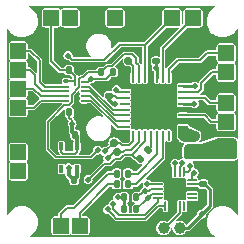
<source format=gbr>
%TF.GenerationSoftware,KiCad,Pcbnew,8.99.0-2176-gc19aa8170b*%
%TF.CreationDate,2024-08-30T16:07:13-04:00*%
%TF.ProjectId,scampi,7363616d-7069-42e6-9b69-6361645f7063,rev?*%
%TF.SameCoordinates,Original*%
%TF.FileFunction,Copper,L1,Top*%
%TF.FilePolarity,Positive*%
%FSLAX46Y46*%
G04 Gerber Fmt 4.6, Leading zero omitted, Abs format (unit mm)*
G04 Created by KiCad (PCBNEW 8.99.0-2176-gc19aa8170b) date 2024-08-30 16:07:13*
%MOMM*%
%LPD*%
G01*
G04 APERTURE LIST*
G04 Aperture macros list*
%AMRoundRect*
0 Rectangle with rounded corners*
0 $1 Rounding radius*
0 $2 $3 $4 $5 $6 $7 $8 $9 X,Y pos of 4 corners*
0 Add a 4 corners polygon primitive as box body*
4,1,4,$2,$3,$4,$5,$6,$7,$8,$9,$2,$3,0*
0 Add four circle primitives for the rounded corners*
1,1,$1+$1,$2,$3*
1,1,$1+$1,$4,$5*
1,1,$1+$1,$6,$7*
1,1,$1+$1,$8,$9*
0 Add four rect primitives between the rounded corners*
20,1,$1+$1,$2,$3,$4,$5,0*
20,1,$1+$1,$4,$5,$6,$7,0*
20,1,$1+$1,$6,$7,$8,$9,0*
20,1,$1+$1,$8,$9,$2,$3,0*%
%AMFreePoly0*
4,1,14,0.334644,0.085355,0.385355,0.034644,0.400000,-0.000711,0.400000,-0.050000,0.385355,-0.085355,0.350000,-0.100000,-0.350000,-0.100000,-0.385355,-0.085355,-0.400000,-0.050000,-0.400000,0.050000,-0.385355,0.085355,-0.350000,0.100000,0.299289,0.100000,0.334644,0.085355,0.334644,0.085355,$1*%
%AMFreePoly1*
4,1,14,0.385355,0.085355,0.400000,0.050000,0.400000,0.000711,0.385355,-0.034644,0.334644,-0.085355,0.299289,-0.100000,-0.350000,-0.100000,-0.385355,-0.085355,-0.400000,-0.050000,-0.400000,0.050000,-0.385355,0.085355,-0.350000,0.100000,0.350000,0.100000,0.385355,0.085355,0.385355,0.085355,$1*%
%AMFreePoly2*
4,1,14,0.085355,0.385355,0.100000,0.350000,0.100000,-0.350000,0.085355,-0.385355,0.050000,-0.400000,-0.050000,-0.400000,-0.085355,-0.385355,-0.100000,-0.350000,-0.100000,0.299289,-0.085355,0.334644,-0.034644,0.385355,0.000711,0.400000,0.050000,0.400000,0.085355,0.385355,0.085355,0.385355,$1*%
%AMFreePoly3*
4,1,14,0.034644,0.385355,0.085355,0.334644,0.100000,0.299289,0.100000,-0.350000,0.085355,-0.385355,0.050000,-0.400000,-0.050000,-0.400000,-0.085355,-0.385355,-0.100000,-0.350000,-0.100000,0.350000,-0.085355,0.385355,-0.050000,0.400000,-0.000711,0.400000,0.034644,0.385355,0.034644,0.385355,$1*%
%AMFreePoly4*
4,1,14,0.385355,0.085355,0.400000,0.050000,0.400000,-0.050000,0.385355,-0.085355,0.350000,-0.100000,-0.299289,-0.100000,-0.334644,-0.085355,-0.385355,-0.034644,-0.400000,0.000711,-0.400000,0.050000,-0.385355,0.085355,-0.350000,0.100000,0.350000,0.100000,0.385355,0.085355,0.385355,0.085355,$1*%
%AMFreePoly5*
4,1,14,0.385355,0.085355,0.400000,0.050000,0.400000,-0.050000,0.385355,-0.085355,0.350000,-0.100000,-0.350000,-0.100000,-0.385355,-0.085355,-0.400000,-0.050000,-0.400000,-0.000711,-0.385355,0.034644,-0.334644,0.085355,-0.299289,0.100000,0.350000,0.100000,0.385355,0.085355,0.385355,0.085355,$1*%
%AMFreePoly6*
4,1,14,0.085355,0.385355,0.100000,0.350000,0.100000,-0.299289,0.085355,-0.334644,0.034644,-0.385355,-0.000711,-0.400000,-0.050000,-0.400000,-0.085355,-0.385355,-0.100000,-0.350000,-0.100000,0.350000,-0.085355,0.385355,-0.050000,0.400000,0.050000,0.400000,0.085355,0.385355,0.085355,0.385355,$1*%
%AMFreePoly7*
4,1,14,0.085355,0.385355,0.100000,0.350000,0.100000,-0.350000,0.085355,-0.385355,0.050000,-0.400000,0.000711,-0.400000,-0.034644,-0.385355,-0.085355,-0.334644,-0.100000,-0.299289,-0.100000,0.350000,-0.085355,0.385355,-0.050000,0.400000,0.050000,0.400000,0.085355,0.385355,0.085355,0.385355,$1*%
G04 Aperture macros list end*
%TA.AperFunction,ComponentPad*%
%ADD10RoundRect,0.210000X-0.490000X-0.490000X0.490000X-0.490000X0.490000X0.490000X-0.490000X0.490000X0*%
%TD*%
%TA.AperFunction,SMDPad,CuDef*%
%ADD11C,1.000000*%
%TD*%
%TA.AperFunction,SMDPad,CuDef*%
%ADD12RoundRect,0.140000X0.170000X-0.140000X0.170000X0.140000X-0.170000X0.140000X-0.170000X-0.140000X0*%
%TD*%
%TA.AperFunction,SMDPad,CuDef*%
%ADD13RoundRect,0.062500X-0.337500X-0.062500X0.337500X-0.062500X0.337500X0.062500X-0.337500X0.062500X0*%
%TD*%
%TA.AperFunction,SMDPad,CuDef*%
%ADD14RoundRect,0.062500X-0.062500X-0.337500X0.062500X-0.337500X0.062500X0.337500X-0.062500X0.337500X0*%
%TD*%
%TA.AperFunction,HeatsinkPad*%
%ADD15RoundRect,0.175000X-1.575000X-1.575000X1.575000X-1.575000X1.575000X1.575000X-1.575000X1.575000X0*%
%TD*%
%TA.AperFunction,SMDPad,CuDef*%
%ADD16RoundRect,0.135000X-0.135000X-0.185000X0.135000X-0.185000X0.135000X0.185000X-0.135000X0.185000X0*%
%TD*%
%TA.AperFunction,SMDPad,CuDef*%
%ADD17FreePoly0,180.000000*%
%TD*%
%TA.AperFunction,SMDPad,CuDef*%
%ADD18RoundRect,0.050000X0.350000X0.050000X-0.350000X0.050000X-0.350000X-0.050000X0.350000X-0.050000X0*%
%TD*%
%TA.AperFunction,SMDPad,CuDef*%
%ADD19FreePoly1,180.000000*%
%TD*%
%TA.AperFunction,SMDPad,CuDef*%
%ADD20FreePoly2,180.000000*%
%TD*%
%TA.AperFunction,SMDPad,CuDef*%
%ADD21RoundRect,0.050000X0.050000X0.350000X-0.050000X0.350000X-0.050000X-0.350000X0.050000X-0.350000X0*%
%TD*%
%TA.AperFunction,SMDPad,CuDef*%
%ADD22FreePoly3,180.000000*%
%TD*%
%TA.AperFunction,SMDPad,CuDef*%
%ADD23FreePoly4,180.000000*%
%TD*%
%TA.AperFunction,SMDPad,CuDef*%
%ADD24FreePoly5,180.000000*%
%TD*%
%TA.AperFunction,SMDPad,CuDef*%
%ADD25FreePoly6,180.000000*%
%TD*%
%TA.AperFunction,SMDPad,CuDef*%
%ADD26FreePoly7,180.000000*%
%TD*%
%TA.AperFunction,HeatsinkPad*%
%ADD27RoundRect,0.170000X0.680000X0.680000X-0.680000X0.680000X-0.680000X-0.680000X0.680000X-0.680000X0*%
%TD*%
%TA.AperFunction,SMDPad,CuDef*%
%ADD28C,0.700000*%
%TD*%
%TA.AperFunction,SMDPad,CuDef*%
%ADD29RoundRect,0.140000X-0.140000X-0.170000X0.140000X-0.170000X0.140000X0.170000X-0.140000X0.170000X0*%
%TD*%
%TA.AperFunction,SMDPad,CuDef*%
%ADD30RoundRect,0.100000X-0.100000X0.225000X-0.100000X-0.225000X0.100000X-0.225000X0.100000X0.225000X0*%
%TD*%
%TA.AperFunction,SMDPad,CuDef*%
%ADD31RoundRect,0.225000X0.225000X0.250000X-0.225000X0.250000X-0.225000X-0.250000X0.225000X-0.250000X0*%
%TD*%
%TA.AperFunction,SMDPad,CuDef*%
%ADD32RoundRect,0.135000X0.035355X-0.226274X0.226274X-0.035355X-0.035355X0.226274X-0.226274X0.035355X0*%
%TD*%
%TA.AperFunction,SMDPad,CuDef*%
%ADD33RoundRect,0.140000X-0.170000X0.140000X-0.170000X-0.140000X0.170000X-0.140000X0.170000X0.140000X0*%
%TD*%
%TA.AperFunction,SMDPad,CuDef*%
%ADD34RoundRect,0.140000X0.140000X0.170000X-0.140000X0.170000X-0.140000X-0.170000X0.140000X-0.170000X0*%
%TD*%
%TA.AperFunction,SMDPad,CuDef*%
%ADD35RoundRect,0.080000X0.170000X-0.080000X0.170000X0.080000X-0.170000X0.080000X-0.170000X-0.080000X0*%
%TD*%
%TA.AperFunction,SMDPad,CuDef*%
%ADD36RoundRect,0.055000X0.195000X-0.055000X0.195000X0.055000X-0.195000X0.055000X-0.195000X-0.055000X0*%
%TD*%
%TA.AperFunction,SMDPad,CuDef*%
%ADD37RoundRect,0.055000X-0.055000X-0.270000X0.055000X-0.270000X0.055000X0.270000X-0.055000X0.270000X0*%
%TD*%
%TA.AperFunction,ComponentPad*%
%ADD38RoundRect,0.210000X0.490000X0.490000X-0.490000X0.490000X-0.490000X-0.490000X0.490000X-0.490000X0*%
%TD*%
%TA.AperFunction,ViaPad*%
%ADD39C,0.500000*%
%TD*%
%TA.AperFunction,Conductor*%
%ADD40C,0.200000*%
%TD*%
%TA.AperFunction,Conductor*%
%ADD41C,0.250000*%
%TD*%
%TA.AperFunction,Conductor*%
%ADD42C,0.127000*%
%TD*%
%TA.AperFunction,Conductor*%
%ADD43C,0.300000*%
%TD*%
G04 APERTURE END LIST*
D10*
%TO.P,TP9,1,1*%
%TO.N,Net-(C14-Pad2)*%
X144400000Y-103800000D03*
%TD*%
D11*
%TO.P,TP12,1,1*%
%TO.N,+3V3*%
X152870184Y-104000000D03*
%TD*%
D12*
%TO.P,C8,1*%
%TO.N,+3V3*%
X154200000Y-96200000D03*
%TO.P,C8,2*%
%TO.N,GND*%
X154200000Y-95240000D03*
%TD*%
D10*
%TO.P,SPKR-1,1,1*%
%TO.N,Net-(U2-SPKR-)*%
X156800000Y-90800000D03*
%TD*%
D13*
%TO.P,U2,1,IOVSS*%
%TO.N,GND*%
X148225000Y-91975000D03*
%TO.P,U2,2,IOVDD*%
%TO.N,+3V3*%
X148225000Y-92475000D03*
%TO.P,U2,3,DVDD*%
%TO.N,+1V8*%
X148225000Y-92975000D03*
%TO.P,U2,4,DOUT*%
%TO.N,unconnected-(U2-DOUT-Pad4)*%
X148225000Y-93475000D03*
%TO.P,U2,5,DIN*%
%TO.N,/D*%
X148225000Y-93975000D03*
%TO.P,U2,6,WCLK*%
%TO.N,/W*%
X148225000Y-94475000D03*
%TO.P,U2,7,BCLK*%
%TO.N,/C*%
X148225000Y-94975000D03*
%TO.P,U2,8,MCLK*%
%TO.N,/M*%
X148225000Y-95475000D03*
D14*
%TO.P,U2,9,SDA*%
%TO.N,SDA*%
X148925000Y-96175000D03*
%TO.P,U2,10,SCL*%
%TO.N,SCL*%
X149425000Y-96175000D03*
%TO.P,U2,11,VOL/MICDET*%
%TO.N,/HPS*%
X149925000Y-96175000D03*
%TO.P,U2,12,MICBIAS*%
%TO.N,Net-(U2-MICBIAS)*%
X150425000Y-96175000D03*
%TO.P,U2,13,MIC1LP*%
%TO.N,Net-(U2-MIC1LP)*%
X150925000Y-96175000D03*
%TO.P,U2,14,MIC1RP*%
%TO.N,Net-(U2-MIC1RP)*%
X151425000Y-96175000D03*
%TO.P,U2,15,MIC1LM*%
%TO.N,unconnected-(U2-MIC1LM-Pad15)*%
X151925000Y-96175000D03*
%TO.P,U2,16,AVSS*%
%TO.N,GND*%
X152425000Y-96175000D03*
D13*
%TO.P,U2,17,AVDD*%
%TO.N,+3V3*%
X153125000Y-95475000D03*
%TO.P,U2,18,DVSS*%
%TO.N,GND*%
X153125000Y-94975000D03*
%TO.P,U2,19,SPKL-*%
%TO.N,Net-(U2-SPKL-)*%
X153125000Y-94475000D03*
%TO.P,U2,20,SPKVSS*%
%TO.N,GND*%
X153125000Y-93975000D03*
%TO.P,U2,21,SPKVDD*%
%TO.N,SPVDD*%
X153125000Y-93475000D03*
%TO.P,U2,22,SPKL+*%
%TO.N,Net-(U2-SPKL+)*%
X153125000Y-92975000D03*
%TO.P,U2,23,SPKR-*%
%TO.N,Net-(U2-SPKR-)*%
X153125000Y-92475000D03*
%TO.P,U2,24,SPKVDD*%
%TO.N,SPVDD*%
X153125000Y-91975000D03*
D14*
%TO.P,U2,25,SPKVSS*%
%TO.N,GND*%
X152425000Y-91275000D03*
%TO.P,U2,26,SPKR+*%
%TO.N,Net-(U2-SPKR+)*%
X151925000Y-91275000D03*
%TO.P,U2,27,HPL*%
%TO.N,/HPL*%
X151425000Y-91275000D03*
%TO.P,U2,28,HPVDD*%
%TO.N,+3V3*%
X150925000Y-91275000D03*
%TO.P,U2,29,HPVSS*%
%TO.N,GND*%
X150425000Y-91275000D03*
%TO.P,U2,30,HPR*%
%TO.N,/HPR*%
X149925000Y-91275000D03*
%TO.P,U2,31,~{RESET}*%
%TO.N,RES*%
X149425000Y-91275000D03*
%TO.P,U2,32,GPIO1*%
%TO.N,Net-(U2-GPIO1)*%
X148925000Y-91275000D03*
D15*
%TO.P,U2,33,EP*%
%TO.N,GND*%
X150675000Y-93725000D03*
%TD*%
D10*
%TO.P,TP17,1,1*%
%TO.N,GND*%
X145200000Y-86200000D03*
%TD*%
%TO.P,TP3,1,1*%
%TO.N,/C_IN*%
X139200000Y-90600000D03*
%TD*%
D16*
%TO.P,R2,1*%
%TO.N,+3V3*%
X148180000Y-102400000D03*
%TO.P,R2,2*%
%TO.N,SCL*%
X149200000Y-102400000D03*
%TD*%
D10*
%TO.P,SPKL+1,1,1*%
%TO.N,Net-(U2-SPKL+)*%
X156800000Y-93400000D03*
%TD*%
%TO.P,TP13,1,1*%
%TO.N,GND*%
X146000000Y-103800000D03*
%TD*%
%TO.P,TP1,1,1*%
%TO.N,VDDIO_EXT*%
X142000000Y-86200000D03*
%TD*%
D17*
%TO.P,U3,1,PA2*%
%TO.N,unconnected-(U3-PA2-Pad1)*%
X153900000Y-101500000D03*
D18*
%TO.P,U3,2,PA3*%
%TO.N,unconnected-(U3-PA3-Pad2)*%
X153900000Y-101100000D03*
%TO.P,U3,3,GND*%
%TO.N,GND*%
X153900000Y-100700000D03*
%TO.P,U3,4,VCC*%
%TO.N,+3V3*%
X153900000Y-100300000D03*
D19*
%TO.P,U3,5,PA4*%
%TO.N,Net-(JP1-B)*%
X153900000Y-99900000D03*
D20*
%TO.P,U3,6,PA5*%
%TO.N,Net-(JP2-B)*%
X153250000Y-99250000D03*
D21*
%TO.P,U3,7,PA6*%
%TO.N,Net-(JP3-B)*%
X152850000Y-99250000D03*
%TO.P,U3,8,PA7*%
%TO.N,Net-(JP4-B)*%
X152450000Y-99250000D03*
%TO.P,U3,9,PB5*%
%TO.N,GND*%
X152050000Y-99250000D03*
D22*
%TO.P,U3,10,PB4*%
X151650000Y-99250000D03*
D23*
%TO.P,U3,11,PB3*%
X151000000Y-99900000D03*
D18*
%TO.P,U3,12,PB2*%
%TO.N,RES*%
X151000000Y-100300000D03*
%TO.P,U3,13,PB1*%
%TO.N,SDA*%
X151000000Y-100700000D03*
%TO.P,U3,14,PB0*%
%TO.N,SCL*%
X151000000Y-101100000D03*
D24*
%TO.P,U3,15,PC0*%
%TO.N,Net-(U3-PC0)*%
X151000000Y-101500000D03*
D25*
%TO.P,U3,16,PC1*%
%TO.N,Net-(U3-PC1)*%
X151650000Y-102150000D03*
D21*
%TO.P,U3,17,PC2*%
%TO.N,GND*%
X152050000Y-102150000D03*
%TO.P,U3,18,PC3*%
X152450000Y-102150000D03*
%TO.P,U3,19,~{RESET}/PA0*%
%TO.N,UPDI*%
X152850000Y-102150000D03*
D26*
%TO.P,U3,20,PA1*%
%TO.N,unconnected-(U3-PA1-Pad20)*%
X153250000Y-102150000D03*
D27*
%TO.P,U3,21,GND*%
%TO.N,GND*%
X152450000Y-100700000D03*
%TD*%
D28*
%TO.P,TP11,1,1*%
%TO.N,SDA*%
X147300000Y-96782031D03*
%TD*%
D12*
%TO.P,C9,1*%
%TO.N,+3V3*%
X150864183Y-89884861D03*
%TO.P,C9,2*%
%TO.N,GND*%
X150864183Y-88924861D03*
%TD*%
D10*
%TO.P,SPKR+1,1,1*%
%TO.N,Net-(U2-SPKR+)*%
X156800000Y-89200000D03*
%TD*%
D29*
%TO.P,C2,1*%
%TO.N,VDDIO_EXT*%
X143497872Y-90649926D03*
%TO.P,C2,2*%
%TO.N,GND*%
X144457872Y-90649926D03*
%TD*%
D10*
%TO.P,TP6,1,1*%
%TO.N,GND*%
X156809832Y-99035239D03*
%TD*%
%TO.P,TP8,1,1*%
%TO.N,Net-(C13-Pad2)*%
X142800000Y-103800000D03*
%TD*%
D12*
%TO.P,C5,1*%
%TO.N,+1V8*%
X146883802Y-92800000D03*
%TO.P,C5,2*%
%TO.N,GND*%
X146883802Y-91840000D03*
%TD*%
D30*
%TO.P,U1,1,VIN*%
%TO.N,+3V3*%
X144150000Y-97100000D03*
%TO.P,U1,2,GND*%
%TO.N,GND*%
X143500000Y-97100000D03*
%TO.P,U1,3,EN*%
%TO.N,+3V3*%
X142850000Y-97100000D03*
%TO.P,U1,4,NC*%
%TO.N,unconnected-(U1-NC-Pad4)*%
X142850000Y-99000000D03*
%TO.P,U1,5,VOUT*%
%TO.N,+1V8*%
X144150000Y-99000000D03*
%TD*%
D16*
%TO.P,R4,1*%
%TO.N,RES*%
X146190000Y-90800000D03*
%TO.P,R4,2*%
%TO.N,+3V3*%
X147210000Y-90800000D03*
%TD*%
D10*
%TO.P,DET1,1,1*%
%TO.N,/HPS*%
X147400000Y-86200000D03*
%TD*%
%TO.P,HPR1,1,1*%
%TO.N,/HPR*%
X152200000Y-86200000D03*
%TD*%
D16*
%TO.P,R3,1*%
%TO.N,+3V3*%
X148180000Y-101390000D03*
%TO.P,R3,2*%
%TO.N,SDA*%
X149200000Y-101390000D03*
%TD*%
D10*
%TO.P,TP16,1,1*%
%TO.N,GND*%
X139200000Y-95400000D03*
%TD*%
D31*
%TO.P,C16,1*%
%TO.N,SPVDD*%
X153950000Y-97600000D03*
%TO.P,C16,2*%
%TO.N,GND*%
X152400000Y-97600000D03*
%TD*%
D32*
%TO.P,R1,1*%
%TO.N,/HPS*%
X149478752Y-98121248D03*
%TO.P,R1,2*%
%TO.N,Net-(U2-MICBIAS)*%
X150200000Y-97400000D03*
%TD*%
D33*
%TO.P,C15,1*%
%TO.N,+3V3*%
X154850000Y-100289348D03*
%TO.P,C15,2*%
%TO.N,GND*%
X154850000Y-101249348D03*
%TD*%
D10*
%TO.P,TP15,1,1*%
%TO.N,GND*%
X139200000Y-100800000D03*
%TD*%
%TO.P,TP2,1,1*%
%TO.N,/D_IN*%
X139200000Y-89000000D03*
%TD*%
%TO.P,TP18,1,1*%
%TO.N,+3V3*%
X143600000Y-86200000D03*
%TD*%
%TO.P,TP5,1,1*%
%TO.N,/M_IN*%
X139200000Y-93800000D03*
%TD*%
%TO.P,SPVDD1,1,1*%
%TO.N,SPVDD*%
X156809832Y-97285239D03*
%TD*%
D34*
%TO.P,C1,1*%
%TO.N,+3V3*%
X144008053Y-96107578D03*
%TO.P,C1,2*%
%TO.N,GND*%
X143048053Y-96107578D03*
%TD*%
D28*
%TO.P,TP7,1,1*%
%TO.N,Net-(U2-GPIO1)*%
X148518437Y-89830110D03*
%TD*%
%TO.P,TP10,1,1*%
%TO.N,SCL*%
X147537482Y-97578631D03*
%TD*%
D10*
%TO.P,SPKL-1,1,1*%
%TO.N,Net-(U2-SPKL-)*%
X156800000Y-95000000D03*
%TD*%
D34*
%TO.P,C14,1*%
%TO.N,Net-(U2-MIC1RP)*%
X148480000Y-100300000D03*
%TO.P,C14,2*%
%TO.N,Net-(C14-Pad2)*%
X147520000Y-100300000D03*
%TD*%
D10*
%TO.P,TP4,1,1*%
%TO.N,/W_IN*%
X139200000Y-92200000D03*
%TD*%
D34*
%TO.P,C13,1*%
%TO.N,Net-(U2-MIC1LP)*%
X148480000Y-99400000D03*
%TO.P,C13,2*%
%TO.N,Net-(C13-Pad2)*%
X147520000Y-99400000D03*
%TD*%
D29*
%TO.P,C3,1*%
%TO.N,+3V3*%
X143521078Y-94218471D03*
%TO.P,C3,2*%
%TO.N,GND*%
X144481078Y-94218471D03*
%TD*%
D11*
%TO.P,TP14,1,1*%
%TO.N,GND*%
X150100000Y-104000000D03*
%TD*%
D34*
%TO.P,C4,1*%
%TO.N,+1V8*%
X143925000Y-99950000D03*
%TO.P,C4,2*%
%TO.N,GND*%
X142965000Y-99950000D03*
%TD*%
D35*
%TO.P,IC1,1,REFA*%
%TO.N,VDDIO_EXT*%
X143250000Y-91575000D03*
D36*
%TO.P,IC1,2,A1*%
%TO.N,/D_IN*%
X143250000Y-92025000D03*
%TO.P,IC1,3,A2*%
%TO.N,/C_IN*%
X143250000Y-92425000D03*
%TO.P,IC1,4,A3*%
%TO.N,/W_IN*%
X143250000Y-92825000D03*
%TO.P,IC1,5,A4*%
%TO.N,/M_IN*%
X143250000Y-93225000D03*
D37*
%TO.P,IC1,6,GND*%
%TO.N,GND*%
X144000000Y-93250000D03*
D36*
%TO.P,IC1,7,B4*%
%TO.N,/M*%
X144750000Y-93225000D03*
%TO.P,IC1,8,B3*%
%TO.N,/C*%
X144750000Y-92825000D03*
%TO.P,IC1,9,B2*%
%TO.N,/W*%
X144750000Y-92425000D03*
%TO.P,IC1,10,B1*%
%TO.N,/D*%
X144750000Y-92025000D03*
%TO.P,IC1,11,REFB*%
%TO.N,+3V3*%
X144750000Y-91625000D03*
D37*
%TO.P,IC1,12,EN*%
%TO.N,VDDIO_EXT*%
X144000000Y-91600000D03*
%TD*%
D38*
%TO.P,VOL+1,1,1*%
%TO.N,Net-(U3-PC0)*%
X139200000Y-99200000D03*
%TD*%
D11*
%TO.P,UPDI1,1,1*%
%TO.N,UPDI*%
X151500000Y-104000000D03*
%TD*%
D38*
%TO.P,VOL-1,1,1*%
%TO.N,Net-(U3-PC1)*%
X139200000Y-97600000D03*
%TD*%
D10*
%TO.P,HPL1,1,1*%
%TO.N,/HPL*%
X154000000Y-86200000D03*
%TD*%
D39*
%TO.N,+3V3*%
X147600000Y-101400000D03*
X147500000Y-92300000D03*
X145370252Y-91365975D03*
X150863030Y-90416189D03*
X153259726Y-96345912D03*
X154725846Y-102825846D03*
X143753582Y-95200000D03*
%TO.N,GND*%
X150700000Y-93700000D03*
X147440654Y-95979910D03*
X142261759Y-96168783D03*
X144758013Y-98647601D03*
X147094782Y-103833576D03*
X155498919Y-98731486D03*
X142300000Y-93700000D03*
X145085950Y-93820247D03*
X152450000Y-100700000D03*
X152100000Y-95200000D03*
X142000000Y-91300000D03*
X141256137Y-94357826D03*
X152971168Y-88981605D03*
X140241844Y-89830053D03*
X151108511Y-99326512D03*
X156250000Y-101500000D03*
X149380083Y-89024619D03*
X146114003Y-87137759D03*
X149329349Y-95000000D03*
X142800000Y-94900000D03*
X146054319Y-98049657D03*
X148174056Y-87887700D03*
X147913948Y-90397485D03*
X151617931Y-87646035D03*
X140245146Y-93007561D03*
X148700000Y-103800000D03*
X141650000Y-102300000D03*
X145153755Y-96804741D03*
X157150000Y-100300000D03*
X155809233Y-92092842D03*
X155122260Y-88016203D03*
X141400000Y-104000000D03*
X148614508Y-85537234D03*
X150600000Y-85800000D03*
X140413992Y-87945835D03*
X142266406Y-99773099D03*
X140200000Y-96500000D03*
X153775765Y-90928940D03*
X143317518Y-100823592D03*
X148284351Y-98632488D03*
X140800000Y-101600000D03*
%TO.N,+1V8*%
X147392781Y-93483309D03*
X143450000Y-98900000D03*
%TO.N,SPVDD*%
X154119756Y-91969043D03*
X154100000Y-93475411D03*
%TO.N,SCL*%
X146764724Y-98109168D03*
X150213060Y-101443252D03*
%TO.N,SDA*%
X149900000Y-100900000D03*
X146534121Y-97517784D03*
%TO.N,/HPS*%
X145100000Y-99895957D03*
%TO.N,/HPR*%
X143400000Y-89400000D03*
%TO.N,RES*%
X150094689Y-100259952D03*
X145916702Y-97402483D03*
%TO.N,Net-(JP3-B)*%
X153072451Y-98484931D03*
%TO.N,Net-(JP1-B)*%
X154078546Y-99332983D03*
%TO.N,Net-(JP2-B)*%
X153713381Y-98729789D03*
%TO.N,Net-(JP4-B)*%
X152447901Y-98540324D03*
%TO.N,Net-(U3-PC0)*%
X147208323Y-101991841D03*
%TO.N,Net-(U3-PC1)*%
X146760575Y-102430764D03*
%TD*%
D40*
%TO.N,+3V3*%
X143521078Y-94671078D02*
X143521078Y-94218471D01*
X144750000Y-91625000D02*
X145111227Y-91625000D01*
X147675000Y-92475000D02*
X147500000Y-92300000D01*
D41*
X147600000Y-101400000D02*
X147610000Y-101390000D01*
D42*
X147210000Y-90800000D02*
X146644025Y-91365975D01*
D41*
X155450000Y-102101692D02*
X155450000Y-100762911D01*
D40*
X143000000Y-97700000D02*
X142850000Y-97550000D01*
D43*
X143758053Y-95204471D02*
X143753582Y-95200000D01*
D40*
X143750000Y-95196418D02*
X143750000Y-94900000D01*
X144150000Y-97100000D02*
X144150000Y-97550000D01*
D43*
X143758053Y-95857578D02*
X143758053Y-95204471D01*
D41*
X150925000Y-91275000D02*
X150925000Y-90478159D01*
X148180000Y-101390000D02*
X148180000Y-102400000D01*
D40*
X148225000Y-92475000D02*
X147675000Y-92475000D01*
D41*
X150864183Y-90415036D02*
X150863030Y-90416189D01*
X150864183Y-89884861D02*
X150864183Y-90415036D01*
D40*
X143750000Y-94900000D02*
X143521078Y-94671078D01*
D41*
X147610000Y-101390000D02*
X148180000Y-101390000D01*
D42*
X146644025Y-91365975D02*
X145370252Y-91365975D01*
D40*
X143753582Y-95200000D02*
X143750000Y-95196418D01*
D43*
X144150000Y-97100000D02*
X144150000Y-96249525D01*
D40*
X144150000Y-97550000D02*
X144000000Y-97700000D01*
D41*
X150925000Y-90478159D02*
X150863030Y-90416189D01*
D40*
X154965785Y-100300000D02*
X154976437Y-100289348D01*
D41*
X152870184Y-104000000D02*
X153551692Y-104000000D01*
D40*
X153900000Y-100300000D02*
X154965785Y-100300000D01*
D41*
X155450000Y-100762911D02*
X154976437Y-100289348D01*
D40*
X144000000Y-97700000D02*
X143000000Y-97700000D01*
X145111227Y-91625000D02*
X145370252Y-91365975D01*
D43*
X144150000Y-96249525D02*
X143758053Y-95857578D01*
D41*
X153551692Y-104000000D02*
X155450000Y-102101692D01*
D40*
X142850000Y-97550000D02*
X142850000Y-97100000D01*
%TO.N,GND*%
X152425000Y-91275000D02*
X152425000Y-91975000D01*
X147849580Y-91975000D02*
X147697580Y-91823000D01*
X148225000Y-91975000D02*
X147849580Y-91975000D01*
X150425000Y-91275000D02*
X150425000Y-93475000D01*
X152425000Y-95475000D02*
X150675000Y-93725000D01*
X152450000Y-102150000D02*
X152450000Y-100700000D01*
X150925000Y-93975000D02*
X150675000Y-93725000D01*
X144000000Y-93250000D02*
X144000000Y-93737393D01*
X153900000Y-100700000D02*
X152450000Y-100700000D01*
X151925000Y-94975000D02*
X150675000Y-93725000D01*
X148925000Y-91975000D02*
X150675000Y-93725000D01*
X154427089Y-100700000D02*
X154976437Y-101249348D01*
X147697580Y-91823000D02*
X146900802Y-91823000D01*
X152050000Y-101100000D02*
X152450000Y-100700000D01*
X152425000Y-91975000D02*
X150675000Y-93725000D01*
X152050000Y-102150000D02*
X152050000Y-101100000D01*
X150675000Y-93725000D02*
X150700000Y-93700000D01*
X152425000Y-96175000D02*
X152425000Y-95475000D01*
X148225000Y-91975000D02*
X148925000Y-91975000D01*
X153125000Y-94975000D02*
X151925000Y-94975000D01*
X150425000Y-93475000D02*
X150675000Y-93725000D01*
X153125000Y-93975000D02*
X150925000Y-93975000D01*
X152425000Y-97575000D02*
X152400000Y-97600000D01*
X146900802Y-91823000D02*
X146883802Y-91840000D01*
X153900000Y-100700000D02*
X154427089Y-100700000D01*
X144000000Y-93737393D02*
X144481078Y-94218471D01*
X152425000Y-96175000D02*
X152425000Y-97575000D01*
%TO.N,VDDIO_EXT*%
X142749926Y-90649926D02*
X143497872Y-90649926D01*
X144000000Y-91600000D02*
X144000000Y-91152054D01*
X143975000Y-91575000D02*
X144000000Y-91600000D01*
X142000000Y-86200000D02*
X142000000Y-89900000D01*
X142000000Y-89900000D02*
X142749926Y-90649926D01*
X143250000Y-91575000D02*
X143975000Y-91575000D01*
X144000000Y-91152054D02*
X143497872Y-90649926D01*
D43*
%TO.N,+1V8*%
X147222159Y-93483309D02*
X147392781Y-93483309D01*
D40*
X147575000Y-92975000D02*
X147400000Y-92800000D01*
D43*
X146883802Y-92800000D02*
X146883802Y-93144952D01*
X144150000Y-99000000D02*
X144150000Y-99725000D01*
X146883802Y-93144952D02*
X147222159Y-93483309D01*
D40*
X148225000Y-92975000D02*
X147575000Y-92975000D01*
D43*
X144150000Y-99725000D02*
X143925000Y-99950000D01*
D40*
X147400000Y-92800000D02*
X146883802Y-92800000D01*
D43*
X143450000Y-99475000D02*
X143925000Y-99950000D01*
X143450000Y-98900000D02*
X143450000Y-99475000D01*
D41*
%TO.N,SPVDD*%
X153125411Y-93475411D02*
X153125000Y-93475000D01*
D40*
X153955627Y-93475000D02*
X153956038Y-93475411D01*
D41*
X153125000Y-91975000D02*
X153969837Y-91975000D01*
D40*
X153969837Y-91975000D02*
X153975794Y-91969043D01*
D41*
X153956038Y-93475411D02*
X153125411Y-93475411D01*
D40*
%TO.N,Net-(U2-MIC1LP)*%
X149300000Y-99400000D02*
X150925000Y-97775000D01*
X150925000Y-97775000D02*
X150925000Y-96175000D01*
X148480000Y-99400000D02*
X149300000Y-99400000D01*
%TO.N,Net-(C13-Pad2)*%
X146800000Y-99400000D02*
X147520000Y-99400000D01*
X143900000Y-102300000D02*
X146800000Y-99400000D01*
X142800000Y-102800000D02*
X143300000Y-102300000D01*
X142800000Y-103800000D02*
X142800000Y-102800000D01*
X143300000Y-102300000D02*
X143900000Y-102300000D01*
%TO.N,Net-(U2-MIC1RP)*%
X149170329Y-100300000D02*
X148480000Y-100300000D01*
X151425000Y-98045329D02*
X149170329Y-100300000D01*
X151425000Y-96175000D02*
X151425000Y-98045329D01*
%TO.N,Net-(C14-Pad2)*%
X146800000Y-100300000D02*
X147520000Y-100300000D01*
X144400000Y-103800000D02*
X144400000Y-102700000D01*
X144400000Y-102700000D02*
X146800000Y-100300000D01*
D42*
%TO.N,SCL*%
X148200000Y-97400000D02*
X148710153Y-97400000D01*
X149425000Y-96685153D02*
X149425000Y-96175000D01*
X150500000Y-101100000D02*
X150000000Y-101600000D01*
X146764724Y-98109168D02*
X146790832Y-98109168D01*
X148021369Y-97578631D02*
X148200000Y-97400000D01*
X146790832Y-98109168D02*
X147321369Y-97578631D01*
X151000000Y-101100000D02*
X150500000Y-101100000D01*
X150156748Y-101443252D02*
X150000000Y-101600000D01*
X148710153Y-97400000D02*
X149425000Y-96685153D01*
X147537482Y-97578631D02*
X148021369Y-97578631D01*
X147321369Y-97578631D02*
X147537482Y-97578631D01*
X150213060Y-101443252D02*
X150156748Y-101443252D01*
X150000000Y-101600000D02*
X149200000Y-102400000D01*
%TO.N,SDA*%
X150283032Y-100866167D02*
X150277616Y-100866167D01*
X151000000Y-100700000D02*
X150449199Y-100700000D01*
X147778631Y-96778631D02*
X148000000Y-97000000D01*
X150000000Y-101000000D02*
X149900000Y-100900000D01*
X146564247Y-97517784D02*
X147303400Y-96778631D01*
X148600000Y-97000000D02*
X148925000Y-96675000D01*
X150243783Y-100900000D02*
X149900000Y-100900000D01*
X148000000Y-97000000D02*
X148600000Y-97000000D01*
X147303400Y-96778631D02*
X147778631Y-96778631D01*
X150449199Y-100700000D02*
X150283032Y-100866167D01*
X150277616Y-100866167D02*
X150243783Y-100900000D01*
X146534121Y-97517784D02*
X146564247Y-97517784D01*
X148925000Y-96675000D02*
X148925000Y-96175000D01*
X149200000Y-101390000D02*
X149900000Y-100900000D01*
%TO.N,Net-(U2-GPIO1)*%
X148925000Y-90279063D02*
X148518437Y-89872500D01*
X148925000Y-91275000D02*
X148925000Y-90279063D01*
D40*
%TO.N,Net-(U2-SPKL+)*%
X156800000Y-93400000D02*
X155400000Y-93400000D01*
X154975000Y-92975000D02*
X153125000Y-92975000D01*
X155400000Y-93400000D02*
X154975000Y-92975000D01*
%TO.N,Net-(U2-SPKL-)*%
X153125000Y-94475000D02*
X154975000Y-94475000D01*
X154975000Y-94475000D02*
X155500000Y-95000000D01*
X155500000Y-95000000D02*
X156800000Y-95000000D01*
%TO.N,Net-(U2-SPKR-)*%
X154700000Y-92200000D02*
X154425000Y-92475000D01*
X156800000Y-90800000D02*
X155600000Y-90800000D01*
X154700000Y-91700000D02*
X154700000Y-92200000D01*
X154425000Y-92475000D02*
X153125000Y-92475000D01*
X155600000Y-90800000D02*
X154700000Y-91700000D01*
%TO.N,Net-(U2-SPKR+)*%
X151925000Y-91275000D02*
X151925000Y-90575000D01*
X154600000Y-89800000D02*
X155200000Y-89200000D01*
X152700000Y-89800000D02*
X154600000Y-89800000D01*
X151925000Y-90575000D02*
X152700000Y-89800000D01*
X155200000Y-89200000D02*
X156800000Y-89200000D01*
D42*
%TO.N,/HPS*%
X149925000Y-96175000D02*
X149925000Y-96675000D01*
X149065188Y-98069033D02*
X149065188Y-98065188D01*
X146450332Y-98549668D02*
X145104043Y-99895957D01*
X147377723Y-98119131D02*
X146947186Y-98549668D01*
X149426537Y-98069033D02*
X149065188Y-98069033D01*
X149478752Y-98121248D02*
X149426537Y-98069033D01*
X148800000Y-97800000D02*
X148159210Y-97800000D01*
X145104043Y-99895957D02*
X145100000Y-99895957D01*
X146947186Y-98549668D02*
X146450332Y-98549668D01*
X148159210Y-97800000D02*
X147840079Y-98119131D01*
X149065188Y-98065188D02*
X148800000Y-97800000D01*
X147840079Y-98119131D02*
X147377723Y-98119131D01*
X149925000Y-96675000D02*
X148800000Y-97800000D01*
D40*
%TO.N,/HPL*%
X151425000Y-88775000D02*
X154000000Y-86200000D01*
X151425000Y-91275000D02*
X151425000Y-88775000D01*
%TO.N,/HPR*%
X144650000Y-89750000D02*
X143750000Y-89750000D01*
X146489722Y-89750000D02*
X147764722Y-88475000D01*
X149925000Y-88475000D02*
X152200000Y-86200000D01*
X149925000Y-91275000D02*
X149925000Y-88475000D01*
X144650000Y-89750000D02*
X146489722Y-89750000D01*
X147764722Y-88475000D02*
X149925000Y-88475000D01*
X143750000Y-89750000D02*
X143400000Y-89400000D01*
D42*
%TO.N,RES*%
X149425000Y-90225000D02*
X149200000Y-90000000D01*
X144500000Y-91200000D02*
X144689078Y-91200000D01*
X142390500Y-97990500D02*
X141700000Y-97300000D01*
X143083833Y-93624101D02*
X143449613Y-93624101D01*
X141700000Y-95007934D02*
X143083833Y-93624101D01*
X144689078Y-91200000D02*
X145089078Y-90800000D01*
X141700000Y-97300000D02*
X141700000Y-95007934D01*
X149425000Y-91275000D02*
X149425000Y-90225000D01*
X145089078Y-90800000D02*
X146190000Y-90800000D01*
X144300500Y-91399500D02*
X144500000Y-91200000D01*
X145328685Y-97990500D02*
X142390500Y-97990500D01*
X147110500Y-90289500D02*
X146700500Y-90289500D01*
X144300500Y-92099500D02*
X144300500Y-91399500D01*
X146700500Y-90289500D02*
X146190000Y-90800000D01*
X148147359Y-89252641D02*
X147110500Y-90289500D01*
X143699500Y-93374214D02*
X143699500Y-92700500D01*
X150134737Y-100300000D02*
X151000000Y-100300000D01*
X143699500Y-92700500D02*
X144300500Y-92099500D01*
X149200000Y-89600000D02*
X148852641Y-89252641D01*
X148852641Y-89252641D02*
X148147359Y-89252641D01*
X150094689Y-100259952D02*
X150134737Y-100300000D01*
X143449613Y-93624101D02*
X143699500Y-93374214D01*
X145916702Y-97402483D02*
X145328685Y-97990500D01*
X149200000Y-90000000D02*
X149200000Y-89600000D01*
D40*
%TO.N,Net-(U2-MICBIAS)*%
X150425000Y-96175000D02*
X150425000Y-97175000D01*
X150425000Y-97175000D02*
X150200000Y-97400000D01*
D42*
%TO.N,UPDI*%
X151600000Y-104000000D02*
X151500000Y-104000000D01*
X152850000Y-102750000D02*
X151600000Y-104000000D01*
X152850000Y-102150000D02*
X152850000Y-102750000D01*
%TO.N,Net-(JP3-B)*%
X152850000Y-99250000D02*
X152850000Y-98850000D01*
X152850000Y-98850000D02*
X153072451Y-98627549D01*
X153072451Y-98627549D02*
X153072451Y-98484931D01*
%TO.N,Net-(JP1-B)*%
X153900000Y-99511529D02*
X154078546Y-99332983D01*
X153900000Y-99900000D02*
X153900000Y-99511529D01*
%TO.N,Net-(JP2-B)*%
X153250000Y-99250000D02*
X153550000Y-99250000D01*
X153550000Y-99250000D02*
X153713381Y-99086619D01*
X153713381Y-99086619D02*
X153713381Y-98729789D01*
%TO.N,Net-(JP4-B)*%
X152450000Y-99250000D02*
X152450000Y-98542423D01*
X152450000Y-98542423D02*
X152447901Y-98540324D01*
%TO.N,/D*%
X148225000Y-93975000D02*
X147170426Y-93975000D01*
X147170426Y-93975000D02*
X145220426Y-92025000D01*
X145220426Y-92025000D02*
X144750000Y-92025000D01*
%TO.N,/D_IN*%
X141425000Y-92025000D02*
X141000000Y-91600000D01*
X143250000Y-92025000D02*
X141425000Y-92025000D01*
X141000000Y-89800000D02*
X140200000Y-89000000D01*
X141000000Y-91600000D02*
X141000000Y-89800000D01*
X140200000Y-89000000D02*
X139200000Y-89000000D01*
%TO.N,/W*%
X147311216Y-94475000D02*
X145261216Y-92425000D01*
X148225000Y-94475000D02*
X147311216Y-94475000D01*
X145261216Y-92425000D02*
X144750000Y-92425000D01*
%TO.N,/C_IN*%
X143250000Y-92425000D02*
X141225000Y-92425000D01*
X140600000Y-91800000D02*
X140600000Y-91020453D01*
X140179547Y-90600000D02*
X139200000Y-90600000D01*
X141225000Y-92425000D02*
X140600000Y-91800000D01*
X140600000Y-91020453D02*
X140179547Y-90600000D01*
%TO.N,/W_IN*%
X141084009Y-92825000D02*
X140459009Y-92200000D01*
X143250000Y-92825000D02*
X141084009Y-92825000D01*
X140459009Y-92200000D02*
X139200000Y-92200000D01*
%TO.N,/C*%
X147452006Y-94975000D02*
X148225000Y-94975000D01*
X145302006Y-92825000D02*
X147452006Y-94975000D01*
X144750000Y-92825000D02*
X145302006Y-92825000D01*
%TO.N,/M_IN*%
X140500000Y-93800000D02*
X139200000Y-93800000D01*
X143250000Y-93225000D02*
X141075000Y-93225000D01*
X141075000Y-93225000D02*
X140500000Y-93800000D01*
%TO.N,/M*%
X147592796Y-95475000D02*
X148225000Y-95475000D01*
X145342796Y-93225000D02*
X147592796Y-95475000D01*
X144750000Y-93225000D02*
X145342796Y-93225000D01*
%TO.N,Net-(U3-PC0)*%
X147208323Y-101991841D02*
X147208323Y-102241054D01*
X147710500Y-102910500D02*
X149889500Y-102910500D01*
X147201075Y-102401075D02*
X147710500Y-102910500D01*
X147208323Y-102241054D02*
X147201075Y-102248302D01*
X149889500Y-102910500D02*
X151000000Y-101800000D01*
X147201075Y-102248302D02*
X147201075Y-102401075D01*
X151000000Y-101800000D02*
X151000000Y-101500000D01*
%TO.N,Net-(U3-PC1)*%
X150079605Y-103079605D02*
X149959210Y-103200000D01*
X147500000Y-103200000D02*
X147200000Y-102900000D01*
X150979605Y-102179605D02*
X150079605Y-103079605D01*
X151650000Y-102150000D02*
X151009210Y-102150000D01*
X151009210Y-102150000D02*
X150979605Y-102179605D01*
X147200000Y-102900000D02*
X146760575Y-102460575D01*
X146760575Y-102460575D02*
X146760575Y-102430764D01*
X149959210Y-103200000D02*
X148900000Y-103200000D01*
X148900000Y-103200000D02*
X147500000Y-103200000D01*
%TD*%
%TA.AperFunction,Conductor*%
%TO.N,SPVDD*%
G36*
X157364616Y-96401200D02*
G01*
X157477043Y-96423563D01*
X157499568Y-96432893D01*
X157589663Y-96493093D01*
X157606906Y-96510336D01*
X157667105Y-96600429D01*
X157676436Y-96622958D01*
X157698799Y-96735383D01*
X157700000Y-96747576D01*
X157700000Y-97852423D01*
X157698799Y-97864616D01*
X157676436Y-97977041D01*
X157667104Y-97999572D01*
X157606906Y-98089663D01*
X157589663Y-98106906D01*
X157499572Y-98167104D01*
X157477041Y-98176436D01*
X157364617Y-98198799D01*
X157352424Y-98200000D01*
X153547576Y-98200000D01*
X153535383Y-98198799D01*
X153422958Y-98176436D01*
X153400429Y-98167105D01*
X153310336Y-98106906D01*
X153293093Y-98089663D01*
X153232893Y-97999568D01*
X153223563Y-97977041D01*
X153201201Y-97864616D01*
X153200000Y-97852423D01*
X153200000Y-97285404D01*
X153200837Y-97275213D01*
X153216229Y-97182083D01*
X153222787Y-97162783D01*
X153264878Y-97084134D01*
X153277295Y-97067976D01*
X153346259Y-97003497D01*
X153354257Y-96997161D01*
X153370227Y-96986515D01*
X153378187Y-96982016D01*
X153498130Y-96925402D01*
X153515646Y-96920099D01*
X153646836Y-96900673D01*
X153655990Y-96900000D01*
X154513396Y-96900000D01*
X154572001Y-96894961D01*
X154598729Y-96892664D01*
X154681561Y-96870871D01*
X155915938Y-96430022D01*
X155921013Y-96428451D01*
X155996084Y-96408700D01*
X156006616Y-96406876D01*
X156083932Y-96400230D01*
X156089285Y-96400000D01*
X157352424Y-96400000D01*
X157364616Y-96401200D01*
G37*
%TD.AperFunction*%
%TD*%
%TA.AperFunction,Conductor*%
%TO.N,+3V3*%
G36*
X153456006Y-95464219D02*
G01*
X153460101Y-95465001D01*
X153519593Y-95478450D01*
X153527644Y-95480850D01*
X153584764Y-95502155D01*
X153588648Y-95503755D01*
X154417206Y-95878078D01*
X154417205Y-95878078D01*
X154417210Y-95878079D01*
X154452351Y-95893956D01*
X154467403Y-95903553D01*
X154482611Y-95916650D01*
X154501776Y-95946337D01*
X154507450Y-95965589D01*
X154510000Y-95983257D01*
X154510000Y-96434026D01*
X154508868Y-96445866D01*
X154505119Y-96465298D01*
X154496316Y-96487269D01*
X154485614Y-96503907D01*
X154478259Y-96513250D01*
X154409374Y-96585416D01*
X154399788Y-96593615D01*
X154298264Y-96664043D01*
X154275189Y-96673917D01*
X154154142Y-96698727D01*
X154141593Y-96700000D01*
X153247764Y-96700000D01*
X153237719Y-96699187D01*
X153106369Y-96677798D01*
X153087317Y-96671425D01*
X152974077Y-96611858D01*
X152958031Y-96599769D01*
X152952138Y-96593615D01*
X152865991Y-96503646D01*
X152859633Y-96495830D01*
X152825282Y-96445866D01*
X152815649Y-96431854D01*
X152810922Y-96423731D01*
X152751640Y-96301543D01*
X152746079Y-96283639D01*
X152725707Y-96149364D01*
X152725000Y-96139989D01*
X152725000Y-95438695D01*
X152730726Y-95412561D01*
X152735419Y-95402367D01*
X152770527Y-95369880D01*
X152775111Y-95368384D01*
X152785927Y-95365315D01*
X152812630Y-95363692D01*
X153456006Y-95464219D01*
G37*
%TD.AperFunction*%
%TD*%
%TA.AperFunction,Conductor*%
%TO.N,GND*%
G36*
X143095675Y-93970761D02*
G01*
X143113981Y-94014955D01*
X143113681Y-94021072D01*
X143113578Y-94022119D01*
X143113578Y-94414819D01*
X143129097Y-94492842D01*
X143129098Y-94492844D01*
X143188221Y-94581328D01*
X143265801Y-94633165D01*
X143292377Y-94672939D01*
X143293578Y-94685132D01*
X143293578Y-94716333D01*
X143328210Y-94799942D01*
X143328214Y-94799947D01*
X143432258Y-94903991D01*
X143450564Y-94948185D01*
X143443752Y-94976560D01*
X143390082Y-95081890D01*
X143390082Y-95081891D01*
X143371376Y-95200000D01*
X143390082Y-95318108D01*
X143390082Y-95318109D01*
X143444371Y-95424655D01*
X143462247Y-95442531D01*
X143480553Y-95486725D01*
X143480553Y-95817202D01*
X143480552Y-95817220D01*
X143480552Y-95894117D01*
X143499463Y-95964687D01*
X143499464Y-95964689D01*
X143535996Y-96027966D01*
X143582247Y-96074217D01*
X143600553Y-96118411D01*
X143600553Y-96303926D01*
X143616072Y-96381949D01*
X143616074Y-96381953D01*
X143616723Y-96382924D01*
X143675196Y-96470435D01*
X143763680Y-96529558D01*
X143822193Y-96541196D01*
X143861966Y-96567771D01*
X143872500Y-96602495D01*
X143872500Y-96712199D01*
X143861967Y-96746922D01*
X143835700Y-96786232D01*
X143835699Y-96786234D01*
X143822500Y-96852593D01*
X143822500Y-97347406D01*
X143832525Y-97397807D01*
X143823193Y-97444723D01*
X143783419Y-97471299D01*
X143771226Y-97472500D01*
X143228774Y-97472500D01*
X143184580Y-97454194D01*
X143166274Y-97410000D01*
X143167475Y-97397807D01*
X143170884Y-97380665D01*
X143177500Y-97347406D01*
X143177500Y-96852594D01*
X143164300Y-96786234D01*
X143159446Y-96778970D01*
X143138032Y-96746922D01*
X143114018Y-96710982D01*
X143057815Y-96673428D01*
X143038767Y-96660700D01*
X143038765Y-96660699D01*
X142972406Y-96647500D01*
X142727594Y-96647500D01*
X142661234Y-96660699D01*
X142661232Y-96660700D01*
X142585982Y-96710982D01*
X142535700Y-96786232D01*
X142535699Y-96786234D01*
X142522500Y-96852593D01*
X142522500Y-97347406D01*
X142535699Y-97413765D01*
X142535700Y-97413767D01*
X142585979Y-97489015D01*
X142585981Y-97489016D01*
X142585982Y-97489018D01*
X142590998Y-97492369D01*
X142594722Y-97494858D01*
X142621299Y-97534631D01*
X142622500Y-97546825D01*
X142622500Y-97595255D01*
X142657132Y-97678864D01*
X142657136Y-97678869D01*
X142671073Y-97692806D01*
X142689379Y-97737000D01*
X142671073Y-97781194D01*
X142626879Y-97799500D01*
X142495502Y-97799500D01*
X142451308Y-97781194D01*
X141909306Y-97239191D01*
X141891000Y-97194997D01*
X141891000Y-95112937D01*
X141909306Y-95068743D01*
X142457114Y-94520935D01*
X143007288Y-93970760D01*
X143051481Y-93952455D01*
X143095675Y-93970761D01*
G37*
%TD.AperFunction*%
%TA.AperFunction,Conductor*%
G36*
X144354194Y-92404307D02*
G01*
X144372500Y-92448500D01*
X144372500Y-92497968D01*
X144383089Y-92551208D01*
X144409194Y-92590277D01*
X144418526Y-92637193D01*
X144409194Y-92659723D01*
X144383089Y-92698790D01*
X144383088Y-92698792D01*
X144372500Y-92752026D01*
X144372500Y-92897968D01*
X144383089Y-92951208D01*
X144409194Y-92990277D01*
X144418526Y-93037193D01*
X144409194Y-93059723D01*
X144383089Y-93098790D01*
X144383088Y-93098792D01*
X144372500Y-93152026D01*
X144372500Y-93297968D01*
X144372501Y-93297972D01*
X144383089Y-93351208D01*
X144423425Y-93411575D01*
X144468596Y-93441757D01*
X144483790Y-93451910D01*
X144483792Y-93451911D01*
X144537027Y-93462500D01*
X144962972Y-93462499D01*
X145016208Y-93451911D01*
X145054189Y-93426532D01*
X145088912Y-93416000D01*
X145237793Y-93416000D01*
X145281987Y-93434306D01*
X146324422Y-94476741D01*
X146342728Y-94520935D01*
X146324422Y-94565129D01*
X146280228Y-94583435D01*
X146268035Y-94582234D01*
X146103465Y-94549500D01*
X145896535Y-94549500D01*
X145693581Y-94589869D01*
X145502401Y-94669059D01*
X145502398Y-94669060D01*
X145330345Y-94784022D01*
X145184022Y-94930345D01*
X145069060Y-95102398D01*
X145069059Y-95102401D01*
X144989869Y-95293581D01*
X144949500Y-95496534D01*
X144949500Y-95703465D01*
X144989869Y-95906418D01*
X145069059Y-96097598D01*
X145069060Y-96097601D01*
X145184022Y-96269654D01*
X145330345Y-96415977D01*
X145502398Y-96530939D01*
X145502400Y-96530939D01*
X145502402Y-96530941D01*
X145693580Y-96610130D01*
X145896535Y-96650500D01*
X146103465Y-96650500D01*
X146306420Y-96610130D01*
X146497598Y-96530941D01*
X146669655Y-96415977D01*
X146815977Y-96269655D01*
X146930941Y-96097598D01*
X147010130Y-95906420D01*
X147050500Y-95703465D01*
X147050500Y-95496535D01*
X147017765Y-95331963D01*
X147027097Y-95285048D01*
X147066871Y-95258472D01*
X147113787Y-95267804D01*
X147123258Y-95275577D01*
X147484603Y-95636922D01*
X147554804Y-95666000D01*
X147630788Y-95666000D01*
X147718865Y-95666000D01*
X147753586Y-95676532D01*
X147813366Y-95716476D01*
X147868788Y-95727500D01*
X148581211Y-95727500D01*
X148581212Y-95727500D01*
X148603426Y-95723081D01*
X148650341Y-95732413D01*
X148676918Y-95772186D01*
X148676918Y-95796571D01*
X148672500Y-95818782D01*
X148672500Y-96531212D01*
X148683523Y-96586633D01*
X148685037Y-96590287D01*
X148685034Y-96638122D01*
X148671487Y-96658396D01*
X148539190Y-96790694D01*
X148494997Y-96809000D01*
X148105003Y-96809000D01*
X148060809Y-96790694D01*
X147886825Y-96616710D01*
X147886824Y-96616709D01*
X147816623Y-96587631D01*
X147816622Y-96587631D01*
X147776324Y-96587631D01*
X147732130Y-96569325D01*
X147719472Y-96551094D01*
X147718848Y-96549727D01*
X147705829Y-96521220D01*
X147705826Y-96521216D01*
X147615909Y-96417447D01*
X147500404Y-96343217D01*
X147500395Y-96343213D01*
X147368656Y-96304531D01*
X147368654Y-96304531D01*
X147231346Y-96304531D01*
X147231344Y-96304531D01*
X147099604Y-96343213D01*
X147099595Y-96343217D01*
X146984090Y-96417447D01*
X146894173Y-96521216D01*
X146894170Y-96521221D01*
X146837131Y-96646118D01*
X146837130Y-96646121D01*
X146817590Y-96782031D01*
X146837130Y-96917940D01*
X146838390Y-96922229D01*
X146837110Y-96922604D01*
X146838627Y-96965308D01*
X146824266Y-96987648D01*
X146679410Y-97132504D01*
X146635216Y-97150810D01*
X146625439Y-97150041D01*
X146558549Y-97139447D01*
X146534121Y-97135578D01*
X146416012Y-97154284D01*
X146416008Y-97154285D01*
X146311258Y-97207659D01*
X146263570Y-97211412D01*
X146228861Y-97181768D01*
X146228806Y-97181809D01*
X146228637Y-97181577D01*
X146227197Y-97180347D01*
X146225913Y-97177828D01*
X146141357Y-97093272D01*
X146034810Y-97038983D01*
X145916702Y-97020277D01*
X145798593Y-97038983D01*
X145798592Y-97038983D01*
X145692046Y-97093272D01*
X145607491Y-97177827D01*
X145553202Y-97284373D01*
X145553202Y-97284374D01*
X145534496Y-97402483D01*
X145544839Y-97467797D01*
X145533671Y-97514310D01*
X145527302Y-97521766D01*
X145267876Y-97781194D01*
X145223682Y-97799500D01*
X144373121Y-97799500D01*
X144328927Y-97781194D01*
X144310621Y-97737000D01*
X144328927Y-97692806D01*
X144330659Y-97691074D01*
X144342865Y-97678868D01*
X144377500Y-97595253D01*
X144377500Y-97546825D01*
X144395806Y-97502631D01*
X144405278Y-97494858D01*
X144407017Y-97493695D01*
X144414018Y-97489018D01*
X144464300Y-97413766D01*
X144477500Y-97347406D01*
X144477500Y-96852594D01*
X144464300Y-96786234D01*
X144459447Y-96778971D01*
X144438033Y-96746922D01*
X144427500Y-96712199D01*
X144427500Y-96291103D01*
X144427501Y-96291090D01*
X144427501Y-96212991D01*
X144427500Y-96212985D01*
X144417683Y-96176350D01*
X144415553Y-96160173D01*
X144415553Y-95911230D01*
X144400033Y-95833205D01*
X144340910Y-95744721D01*
X144278897Y-95703285D01*
X144252428Y-95685599D01*
X144252424Y-95685597D01*
X144174401Y-95670078D01*
X144098053Y-95670078D01*
X144053859Y-95651772D01*
X144035553Y-95607578D01*
X144035553Y-95477783D01*
X144053859Y-95433589D01*
X144062793Y-95424655D01*
X144117082Y-95318108D01*
X144135788Y-95200000D01*
X144117082Y-95081892D01*
X144062793Y-94975345D01*
X144033172Y-94945724D01*
X143995806Y-94908357D01*
X143977500Y-94864163D01*
X143977500Y-94854746D01*
X143967355Y-94830256D01*
X143967354Y-94830254D01*
X143948205Y-94784022D01*
X143942866Y-94771132D01*
X143874234Y-94702500D01*
X143847316Y-94675582D01*
X143829010Y-94631388D01*
X143847316Y-94587194D01*
X143851504Y-94583757D01*
X143853931Y-94581330D01*
X143853935Y-94581328D01*
X143913058Y-94492844D01*
X143928578Y-94414819D01*
X143928578Y-94022123D01*
X143913058Y-93944098D01*
X143853935Y-93855614D01*
X143793303Y-93815101D01*
X143765453Y-93796492D01*
X143765451Y-93796491D01*
X143736068Y-93790646D01*
X143698206Y-93783115D01*
X143658433Y-93756539D01*
X143649101Y-93709622D01*
X143666204Y-93677624D01*
X143861422Y-93482407D01*
X143890500Y-93412206D01*
X143890500Y-93336222D01*
X143890500Y-92805502D01*
X143908805Y-92761309D01*
X144265808Y-92404306D01*
X144310000Y-92386001D01*
X144354194Y-92404307D01*
G37*
%TD.AperFunction*%
%TA.AperFunction,Conductor*%
G36*
X140398200Y-92409306D02*
G01*
X140918518Y-92929623D01*
X140918524Y-92929630D01*
X140922086Y-92933192D01*
X140922087Y-92933193D01*
X140965195Y-92976301D01*
X140983501Y-93020494D01*
X140965196Y-93064689D01*
X140965195Y-93064689D01*
X140439191Y-93590694D01*
X140394997Y-93609000D01*
X140089999Y-93609000D01*
X140045805Y-93590694D01*
X140027499Y-93546500D01*
X140027499Y-93270464D01*
X140027499Y-93270456D01*
X140021029Y-93221301D01*
X139970728Y-93113432D01*
X139970727Y-93113431D01*
X139970727Y-93113430D01*
X139901491Y-93044194D01*
X139883185Y-93000000D01*
X139901491Y-92955806D01*
X139970727Y-92886570D01*
X139970727Y-92886569D01*
X139970728Y-92886568D01*
X140021029Y-92778699D01*
X140027500Y-92729545D01*
X140027500Y-92453500D01*
X140045806Y-92409306D01*
X140090000Y-92391000D01*
X140354006Y-92391000D01*
X140398200Y-92409306D01*
G37*
%TD.AperFunction*%
%TA.AperFunction,Conductor*%
G36*
X140139191Y-89209306D02*
G01*
X140790694Y-89860809D01*
X140809000Y-89905003D01*
X140809000Y-90808450D01*
X140790694Y-90852644D01*
X140746500Y-90870950D01*
X140702306Y-90852644D01*
X140287741Y-90438079D01*
X140287740Y-90438078D01*
X140286052Y-90437379D01*
X140267176Y-90429560D01*
X140217539Y-90409000D01*
X140217538Y-90409000D01*
X140089999Y-90409000D01*
X140045805Y-90390694D01*
X140027499Y-90346500D01*
X140027499Y-90070464D01*
X140027499Y-90070456D01*
X140021029Y-90021301D01*
X139970728Y-89913432D01*
X139970727Y-89913431D01*
X139970727Y-89913430D01*
X139901491Y-89844194D01*
X139883185Y-89800000D01*
X139901491Y-89755806D01*
X139970727Y-89686570D01*
X139970727Y-89686569D01*
X139970728Y-89686568D01*
X140021029Y-89578699D01*
X140027500Y-89529545D01*
X140027500Y-89253500D01*
X140045806Y-89209306D01*
X140090000Y-89191000D01*
X140094997Y-89191000D01*
X140139191Y-89209306D01*
G37*
%TD.AperFunction*%
%TA.AperFunction,Conductor*%
G36*
X155853506Y-85218806D02*
G01*
X155871812Y-85263000D01*
X155853506Y-85307194D01*
X155835726Y-85319644D01*
X155822171Y-85325964D01*
X155628597Y-85461505D01*
X155461505Y-85628597D01*
X155325964Y-85822171D01*
X155226096Y-86036338D01*
X155226095Y-86036340D01*
X155164939Y-86264579D01*
X155164936Y-86264595D01*
X155144341Y-86499997D01*
X155144341Y-86500002D01*
X155164936Y-86735404D01*
X155164939Y-86735420D01*
X155226095Y-86963659D01*
X155226096Y-86963661D01*
X155325964Y-87177829D01*
X155461505Y-87371402D01*
X155628597Y-87538494D01*
X155699020Y-87587804D01*
X155822170Y-87674035D01*
X155822169Y-87674035D01*
X155929253Y-87723969D01*
X156036337Y-87773903D01*
X156036339Y-87773903D01*
X156036340Y-87773904D01*
X156264579Y-87835060D01*
X156264585Y-87835061D01*
X156264592Y-87835063D01*
X156405836Y-87847420D01*
X156499998Y-87855659D01*
X156500000Y-87855659D01*
X156500002Y-87855659D01*
X156578469Y-87848793D01*
X156735408Y-87835063D01*
X156735417Y-87835060D01*
X156735420Y-87835060D01*
X156963659Y-87773904D01*
X156963658Y-87773904D01*
X156963663Y-87773903D01*
X157177830Y-87674035D01*
X157371401Y-87538495D01*
X157538495Y-87371401D01*
X157674035Y-87177830D01*
X157680355Y-87164275D01*
X157715622Y-87131958D01*
X157763412Y-87134043D01*
X157795730Y-87169310D01*
X157799500Y-87190688D01*
X157799500Y-96364657D01*
X157781194Y-96408851D01*
X157737000Y-96427157D01*
X157692806Y-96408851D01*
X157683364Y-96399409D01*
X157683353Y-96399399D01*
X157663291Y-96382936D01*
X157663284Y-96382931D01*
X157663276Y-96382924D01*
X157635938Y-96364657D01*
X157573183Y-96322725D01*
X157550278Y-96310481D01*
X157527758Y-96301153D01*
X157527756Y-96301152D01*
X157527748Y-96301149D01*
X157502892Y-96293609D01*
X157502887Y-96293608D01*
X157502877Y-96293605D01*
X157390481Y-96271248D01*
X157385690Y-96270537D01*
X157377595Y-96269337D01*
X157376406Y-96269220D01*
X157365421Y-96268138D01*
X157365405Y-96268137D01*
X157365403Y-96268137D01*
X157352424Y-96267500D01*
X156089285Y-96267500D01*
X156084734Y-96267597D01*
X156083592Y-96267622D01*
X156078200Y-96267853D01*
X156072591Y-96268215D01*
X155995278Y-96274861D01*
X155983993Y-96276320D01*
X155973489Y-96278139D01*
X155962360Y-96280563D01*
X155887306Y-96300309D01*
X155881823Y-96301879D01*
X155876760Y-96303445D01*
X155871384Y-96305236D01*
X154644864Y-96743279D01*
X154639745Y-96744863D01*
X154587136Y-96758704D01*
X154539739Y-96752245D01*
X154510791Y-96714163D01*
X154517250Y-96666766D01*
X154526021Y-96655110D01*
X154574104Y-96604738D01*
X154582370Y-96595208D01*
X154589725Y-96585865D01*
X154597051Y-96575586D01*
X154607753Y-96558948D01*
X154619311Y-96536549D01*
X154628114Y-96514578D01*
X154628114Y-96514577D01*
X154628116Y-96514573D01*
X154632840Y-96498497D01*
X154635220Y-96490398D01*
X154638969Y-96470966D01*
X154640767Y-96458477D01*
X154641899Y-96446637D01*
X154642500Y-96434026D01*
X154642500Y-95983257D01*
X154642500Y-95983249D01*
X154642499Y-95983247D01*
X154641166Y-95964687D01*
X154641141Y-95964330D01*
X154638591Y-95946662D01*
X154634545Y-95928131D01*
X154628871Y-95908879D01*
X154613095Y-95874473D01*
X154593930Y-95844786D01*
X154569075Y-95816250D01*
X154557427Y-95806219D01*
X154553870Y-95803155D01*
X154545013Y-95796571D01*
X154538636Y-95791830D01*
X154531660Y-95787382D01*
X154523585Y-95782233D01*
X154514560Y-95777349D01*
X154506906Y-95773208D01*
X154501415Y-95770727D01*
X154470333Y-95756683D01*
X154470280Y-95756661D01*
X153774958Y-95442531D01*
X153680355Y-95399791D01*
X153647618Y-95364915D01*
X153644792Y-95355041D01*
X153641476Y-95338366D01*
X153627940Y-95318108D01*
X153599482Y-95275517D01*
X153536635Y-95233524D01*
X153536633Y-95233523D01*
X153481212Y-95222500D01*
X152768788Y-95222500D01*
X152713366Y-95233523D01*
X152713364Y-95233524D01*
X152650517Y-95275517D01*
X152608524Y-95338364D01*
X152608523Y-95338366D01*
X152597500Y-95393787D01*
X152597500Y-95394759D01*
X152596052Y-95408134D01*
X152595570Y-95410333D01*
X152595569Y-95410340D01*
X152592500Y-95438692D01*
X152592500Y-96139987D01*
X152592874Y-96149958D01*
X152593582Y-96159337D01*
X152594703Y-96169221D01*
X152594706Y-96169239D01*
X152615078Y-96303514D01*
X152619542Y-96322941D01*
X152619544Y-96322949D01*
X152619545Y-96322951D01*
X152625098Y-96340830D01*
X152625105Y-96340852D01*
X152632432Y-96359386D01*
X152686568Y-96470966D01*
X152691712Y-96481568D01*
X152696401Y-96490374D01*
X152701128Y-96498497D01*
X152706463Y-96506918D01*
X152714876Y-96519156D01*
X152714881Y-96519163D01*
X152750444Y-96570891D01*
X152750448Y-96570896D01*
X152756846Y-96579443D01*
X152756852Y-96579450D01*
X152756854Y-96579453D01*
X152763199Y-96587254D01*
X152770283Y-96595277D01*
X152856437Y-96685253D01*
X152862338Y-96691415D01*
X152862406Y-96691475D01*
X152878301Y-96705596D01*
X152894347Y-96717685D01*
X152912392Y-96729124D01*
X152912401Y-96729128D01*
X152912405Y-96729131D01*
X152917570Y-96731848D01*
X153025632Y-96788691D01*
X153045284Y-96797081D01*
X153064336Y-96803454D01*
X153085073Y-96808575D01*
X153085087Y-96808577D01*
X153085090Y-96808578D01*
X153194263Y-96826356D01*
X153234941Y-96851526D01*
X153245905Y-96898088D01*
X153226903Y-96933696D01*
X153186821Y-96971171D01*
X153186817Y-96971175D01*
X153172227Y-96987247D01*
X153172223Y-96987252D01*
X153159828Y-97003382D01*
X153159818Y-97003396D01*
X153148054Y-97021617D01*
X153105963Y-97100265D01*
X153105958Y-97100275D01*
X153097336Y-97120142D01*
X153097333Y-97120148D01*
X153090775Y-97139447D01*
X153085503Y-97160470D01*
X153085502Y-97160477D01*
X153070110Y-97253607D01*
X153070109Y-97253617D01*
X153068780Y-97264378D01*
X153067944Y-97274560D01*
X153067500Y-97285392D01*
X153067500Y-97852415D01*
X153068138Y-97865416D01*
X153069338Y-97877603D01*
X153069339Y-97877607D01*
X153071245Y-97890459D01*
X153071247Y-97890469D01*
X153093609Y-98002891D01*
X153093611Y-98002899D01*
X153100709Y-98026301D01*
X153096019Y-98073906D01*
X153059041Y-98104251D01*
X153050678Y-98106172D01*
X152954347Y-98121429D01*
X152954341Y-98121431D01*
X152847795Y-98175720D01*
X152776673Y-98246842D01*
X152732479Y-98265148D01*
X152688285Y-98246842D01*
X152672556Y-98231113D01*
X152566009Y-98176824D01*
X152447901Y-98158118D01*
X152329792Y-98176824D01*
X152329791Y-98176824D01*
X152223245Y-98231113D01*
X152138690Y-98315668D01*
X152084401Y-98422214D01*
X152084401Y-98422215D01*
X152065695Y-98540324D01*
X152084401Y-98658432D01*
X152084401Y-98658433D01*
X152138690Y-98764979D01*
X152204622Y-98830911D01*
X152222928Y-98875105D01*
X152222627Y-98881232D01*
X152222500Y-98882521D01*
X152222500Y-99617480D01*
X152232798Y-99669255D01*
X152232798Y-99669256D01*
X152232799Y-99669257D01*
X152272030Y-99727970D01*
X152330743Y-99767201D01*
X152382520Y-99777500D01*
X152517480Y-99777500D01*
X152569257Y-99767201D01*
X152615277Y-99736450D01*
X152662193Y-99727119D01*
X152684720Y-99736449D01*
X152730743Y-99767201D01*
X152782520Y-99777500D01*
X152917480Y-99777500D01*
X152969257Y-99767201D01*
X153012239Y-99738480D01*
X153059155Y-99729149D01*
X153086177Y-99741782D01*
X153110404Y-99761305D01*
X153124638Y-99767201D01*
X153149291Y-99777413D01*
X153149294Y-99777413D01*
X153149295Y-99777414D01*
X153200000Y-99787500D01*
X153249288Y-99787500D01*
X153249289Y-99787500D01*
X153298870Y-99777637D01*
X153345785Y-99786969D01*
X153372362Y-99826742D01*
X153372362Y-99851129D01*
X153362500Y-99900710D01*
X153362500Y-99950000D01*
X153372586Y-100000708D01*
X153388689Y-100039582D01*
X153388701Y-100039609D01*
X153402268Y-100064456D01*
X153404626Y-100067277D01*
X153418918Y-100112928D01*
X153408634Y-100142078D01*
X153382799Y-100180741D01*
X153382798Y-100180743D01*
X153372500Y-100232519D01*
X153372500Y-100367480D01*
X153382798Y-100419255D01*
X153382798Y-100419256D01*
X153382799Y-100419257D01*
X153422030Y-100477970D01*
X153480743Y-100517201D01*
X153532520Y-100527500D01*
X153854747Y-100527500D01*
X154390457Y-100527500D01*
X154434651Y-100545806D01*
X154442419Y-100555271D01*
X154487143Y-100622205D01*
X154575627Y-100681328D01*
X154653652Y-100696848D01*
X155000960Y-100696848D01*
X155045154Y-100715154D01*
X155179194Y-100849194D01*
X155197500Y-100893388D01*
X155197500Y-101971214D01*
X155179194Y-102015408D01*
X154769268Y-102425334D01*
X154730471Y-102441404D01*
X154730704Y-102442871D01*
X154725847Y-102443640D01*
X154725846Y-102443640D01*
X154641863Y-102456941D01*
X154607737Y-102462346D01*
X154607736Y-102462346D01*
X154501190Y-102516635D01*
X154416635Y-102601190D01*
X154362346Y-102707736D01*
X154362346Y-102707737D01*
X154362346Y-102707738D01*
X154344223Y-102822169D01*
X154342871Y-102830704D01*
X154341404Y-102830471D01*
X154325334Y-102869268D01*
X153506795Y-103687807D01*
X153462601Y-103706113D01*
X153418407Y-103687807D01*
X153411165Y-103679117D01*
X153343326Y-103580836D01*
X153343322Y-103580832D01*
X153229262Y-103479783D01*
X153094333Y-103408968D01*
X152946378Y-103372500D01*
X152946376Y-103372500D01*
X152793992Y-103372500D01*
X152793989Y-103372500D01*
X152646032Y-103408968D01*
X152620538Y-103422349D01*
X152572899Y-103426678D01*
X152536153Y-103396052D01*
X152531824Y-103348413D01*
X152547300Y-103322814D01*
X153011922Y-102858193D01*
X153041000Y-102787992D01*
X153041000Y-102726094D01*
X153059306Y-102681900D01*
X153103500Y-102663594D01*
X153127414Y-102668350D01*
X153149295Y-102677414D01*
X153200000Y-102687500D01*
X153300000Y-102687500D01*
X153350705Y-102677414D01*
X153350706Y-102677413D01*
X153350708Y-102677413D01*
X153365876Y-102671130D01*
X153389596Y-102661305D01*
X153400376Y-102655419D01*
X153414456Y-102647731D01*
X153414456Y-102647730D01*
X153414459Y-102647729D01*
X153461305Y-102589596D01*
X153477414Y-102550705D01*
X153487500Y-102500000D01*
X153487500Y-101850711D01*
X153477637Y-101801128D01*
X153486969Y-101754213D01*
X153526742Y-101727637D01*
X153551127Y-101727637D01*
X153600711Y-101737500D01*
X153600712Y-101737500D01*
X154250000Y-101737500D01*
X154300705Y-101727414D01*
X154300706Y-101727413D01*
X154300708Y-101727413D01*
X154309763Y-101723661D01*
X154339596Y-101711305D01*
X154342541Y-101709697D01*
X154364456Y-101697731D01*
X154364456Y-101697730D01*
X154364459Y-101697729D01*
X154411305Y-101639596D01*
X154425185Y-101606086D01*
X154427413Y-101600708D01*
X154429765Y-101588885D01*
X154437500Y-101550000D01*
X154437500Y-101450000D01*
X154427414Y-101399295D01*
X154427413Y-101399294D01*
X154427413Y-101399291D01*
X154411310Y-101360417D01*
X154411305Y-101360405D01*
X154411305Y-101360404D01*
X154411300Y-101360396D01*
X154411298Y-101360390D01*
X154397731Y-101335543D01*
X154395377Y-101332727D01*
X154381080Y-101287077D01*
X154391366Y-101257921D01*
X154417200Y-101219259D01*
X154417201Y-101219256D01*
X154427500Y-101167480D01*
X154427500Y-101032520D01*
X154417201Y-100980743D01*
X154377970Y-100922030D01*
X154319257Y-100882799D01*
X154319256Y-100882798D01*
X154267480Y-100872500D01*
X153532520Y-100872500D01*
X153480744Y-100882798D01*
X153422030Y-100922030D01*
X153382798Y-100980744D01*
X153372500Y-101032519D01*
X153372500Y-101167480D01*
X153382798Y-101219256D01*
X153382799Y-101219258D01*
X153411518Y-101262239D01*
X153420850Y-101309155D01*
X153408217Y-101336178D01*
X153388694Y-101360405D01*
X153372586Y-101399291D01*
X153362500Y-101449999D01*
X153362500Y-101499289D01*
X153372362Y-101548870D01*
X153363030Y-101595786D01*
X153323256Y-101622362D01*
X153298870Y-101622362D01*
X153249289Y-101612500D01*
X153200000Y-101612500D01*
X153149291Y-101622586D01*
X153110417Y-101638689D01*
X153110399Y-101638697D01*
X153085539Y-101652272D01*
X153082720Y-101654628D01*
X153037068Y-101668918D01*
X153007922Y-101658634D01*
X152969258Y-101632799D01*
X152969256Y-101632798D01*
X152917480Y-101622500D01*
X152782520Y-101622500D01*
X152730744Y-101632798D01*
X152672030Y-101672030D01*
X152632798Y-101730744D01*
X152622500Y-101782519D01*
X152622500Y-102517480D01*
X152632798Y-102569256D01*
X152632799Y-102569259D01*
X152648466Y-102592704D01*
X152659000Y-102627428D01*
X152659000Y-102644996D01*
X152640694Y-102689190D01*
X151885709Y-103444174D01*
X151841515Y-103462480D01*
X151812471Y-103455321D01*
X151724151Y-103408968D01*
X151576194Y-103372500D01*
X151576192Y-103372500D01*
X151423808Y-103372500D01*
X151423805Y-103372500D01*
X151275850Y-103408968D01*
X151140921Y-103479783D01*
X151026861Y-103580832D01*
X151026857Y-103580836D01*
X150940296Y-103706240D01*
X150915457Y-103771737D01*
X150886260Y-103848725D01*
X150886258Y-103848729D01*
X150886257Y-103848733D01*
X150867891Y-103999996D01*
X150867891Y-104000003D01*
X150886257Y-104151266D01*
X150886258Y-104151270D01*
X150886258Y-104151271D01*
X150886259Y-104151274D01*
X150910070Y-104214058D01*
X150940296Y-104293759D01*
X151026857Y-104419163D01*
X151026860Y-104419166D01*
X151140921Y-104520216D01*
X151275851Y-104591032D01*
X151423808Y-104627500D01*
X151423810Y-104627500D01*
X151576190Y-104627500D01*
X151576192Y-104627500D01*
X151724149Y-104591032D01*
X151859079Y-104520216D01*
X151973140Y-104419166D01*
X152059705Y-104293756D01*
X152113741Y-104151274D01*
X152120479Y-104095782D01*
X152123048Y-104074629D01*
X152146547Y-104032963D01*
X152192625Y-104020118D01*
X152234291Y-104043617D01*
X152247136Y-104074629D01*
X152256441Y-104151266D01*
X152256442Y-104151270D01*
X152256442Y-104151271D01*
X152256443Y-104151274D01*
X152280254Y-104214058D01*
X152310480Y-104293759D01*
X152397041Y-104419163D01*
X152397044Y-104419166D01*
X152511105Y-104520216D01*
X152646035Y-104591032D01*
X152793992Y-104627500D01*
X152793994Y-104627500D01*
X152946374Y-104627500D01*
X152946376Y-104627500D01*
X153094333Y-104591032D01*
X153229263Y-104520216D01*
X153343324Y-104419166D01*
X153429889Y-104293756D01*
X153430238Y-104292834D01*
X153430541Y-104292512D01*
X153431645Y-104290410D01*
X153432231Y-104290717D01*
X153463027Y-104258005D01*
X153488676Y-104252500D01*
X153601916Y-104252500D01*
X153601917Y-104252500D01*
X153694722Y-104214059D01*
X154682422Y-103226357D01*
X154721219Y-103210287D01*
X154720987Y-103208821D01*
X154725844Y-103208051D01*
X154725846Y-103208052D01*
X154843954Y-103189346D01*
X154950501Y-103135057D01*
X155035057Y-103050501D01*
X155089346Y-102943954D01*
X155108052Y-102825846D01*
X155108051Y-102825844D01*
X155108821Y-102820987D01*
X155110287Y-102821219D01*
X155126358Y-102782422D01*
X155381281Y-102527499D01*
X155664059Y-102244722D01*
X155702500Y-102151917D01*
X155702500Y-102051467D01*
X155702500Y-100712686D01*
X155664059Y-100619881D01*
X155593030Y-100548852D01*
X155305806Y-100261628D01*
X155287500Y-100217434D01*
X155287500Y-100123000D01*
X155271980Y-100044975D01*
X155212857Y-99956491D01*
X155153213Y-99916638D01*
X155124375Y-99897369D01*
X155124371Y-99897367D01*
X155046348Y-99881848D01*
X154653652Y-99881848D01*
X154575628Y-99897367D01*
X154575624Y-99897369D01*
X154534723Y-99924699D01*
X154487807Y-99934031D01*
X154448033Y-99907455D01*
X154437500Y-99872732D01*
X154437500Y-99850000D01*
X154427414Y-99799295D01*
X154427413Y-99799294D01*
X154427413Y-99799291D01*
X154412321Y-99762857D01*
X154411305Y-99760404D01*
X154411300Y-99760396D01*
X154411298Y-99760390D01*
X154397731Y-99735543D01*
X154397727Y-99735539D01*
X154347869Y-99695361D01*
X154324944Y-99653377D01*
X154338421Y-99607479D01*
X154342874Y-99602520D01*
X154387757Y-99557638D01*
X154442046Y-99451091D01*
X154460752Y-99332983D01*
X154442046Y-99214875D01*
X154387757Y-99108328D01*
X154303201Y-99023772D01*
X154213409Y-98978020D01*
X154196655Y-98969483D01*
X154196649Y-98969481D01*
X154113463Y-98956306D01*
X154072677Y-98931312D01*
X154061511Y-98884798D01*
X154067551Y-98866207D01*
X154076881Y-98847897D01*
X154095587Y-98729789D01*
X154076881Y-98611681D01*
X154022592Y-98505134D01*
X153956652Y-98439194D01*
X153938346Y-98395000D01*
X153956652Y-98350806D01*
X154000846Y-98332500D01*
X157352408Y-98332500D01*
X157352424Y-98332500D01*
X157365412Y-98331862D01*
X157373650Y-98331050D01*
X157377577Y-98330664D01*
X157377586Y-98330662D01*
X157377605Y-98330661D01*
X157390467Y-98328753D01*
X157502891Y-98306390D01*
X157527744Y-98298851D01*
X157550275Y-98289519D01*
X157573186Y-98277273D01*
X157663277Y-98217075D01*
X157683355Y-98200598D01*
X157692806Y-98191147D01*
X157737000Y-98172841D01*
X157781194Y-98191147D01*
X157799500Y-98235341D01*
X157799500Y-102809311D01*
X157781194Y-102853505D01*
X157737000Y-102871811D01*
X157692806Y-102853505D01*
X157680356Y-102835726D01*
X157674034Y-102822169D01*
X157538494Y-102628597D01*
X157371402Y-102461505D01*
X157186387Y-102331957D01*
X157177830Y-102325965D01*
X157177828Y-102325964D01*
X157177830Y-102325964D01*
X156963661Y-102226096D01*
X156963659Y-102226095D01*
X156735420Y-102164939D01*
X156735404Y-102164936D01*
X156500002Y-102144341D01*
X156499998Y-102144341D01*
X156264595Y-102164936D01*
X156264579Y-102164939D01*
X156036340Y-102226095D01*
X156036338Y-102226096D01*
X155822171Y-102325964D01*
X155628597Y-102461505D01*
X155461505Y-102628597D01*
X155325964Y-102822171D01*
X155226096Y-103036338D01*
X155226095Y-103036340D01*
X155164939Y-103264579D01*
X155164936Y-103264595D01*
X155144341Y-103499997D01*
X155144341Y-103500002D01*
X155164936Y-103735404D01*
X155164939Y-103735420D01*
X155226095Y-103963659D01*
X155226096Y-103963661D01*
X155325964Y-104177829D01*
X155461505Y-104371402D01*
X155628597Y-104538494D01*
X155674631Y-104570727D01*
X155822170Y-104674035D01*
X155822169Y-104674035D01*
X155835725Y-104680356D01*
X155868042Y-104715624D01*
X155865955Y-104763414D01*
X155830687Y-104795731D01*
X155809311Y-104799500D01*
X140190689Y-104799500D01*
X140146495Y-104781194D01*
X140128189Y-104737000D01*
X140146495Y-104692806D01*
X140164275Y-104680356D01*
X140168072Y-104678585D01*
X140177830Y-104674035D01*
X140371401Y-104538495D01*
X140538495Y-104371401D01*
X140674035Y-104177830D01*
X140773903Y-103963663D01*
X140804700Y-103848725D01*
X140835060Y-103735420D01*
X140835060Y-103735417D01*
X140835063Y-103735408D01*
X140855659Y-103500000D01*
X140853890Y-103479784D01*
X140843578Y-103361920D01*
X140835575Y-103270448D01*
X141972500Y-103270448D01*
X141972500Y-104329535D01*
X141972500Y-104329536D01*
X141972501Y-104329544D01*
X141978971Y-104378699D01*
X141978972Y-104378701D01*
X142029272Y-104486569D01*
X142113430Y-104570727D01*
X142113431Y-104570727D01*
X142113432Y-104570728D01*
X142221301Y-104621029D01*
X142270455Y-104627500D01*
X143329544Y-104627499D01*
X143378699Y-104621029D01*
X143486568Y-104570728D01*
X143486569Y-104570727D01*
X143486570Y-104570727D01*
X143555806Y-104501491D01*
X143600000Y-104483185D01*
X143644194Y-104501491D01*
X143713430Y-104570727D01*
X143713431Y-104570727D01*
X143713432Y-104570728D01*
X143821301Y-104621029D01*
X143870455Y-104627500D01*
X144929544Y-104627499D01*
X144978699Y-104621029D01*
X145086568Y-104570728D01*
X145086569Y-104570727D01*
X145086570Y-104570727D01*
X145170727Y-104486570D01*
X145170727Y-104486569D01*
X145170728Y-104486568D01*
X145221029Y-104378699D01*
X145227500Y-104329545D01*
X145227499Y-103270456D01*
X145221029Y-103221301D01*
X145170728Y-103113432D01*
X145170727Y-103113431D01*
X145170727Y-103113430D01*
X145086569Y-103029272D01*
X144978698Y-102978970D01*
X144929551Y-102972500D01*
X144929545Y-102972500D01*
X144690000Y-102972500D01*
X144645806Y-102954194D01*
X144627500Y-102910000D01*
X144627500Y-102820121D01*
X144645806Y-102775927D01*
X146875928Y-100545806D01*
X146920122Y-100527500D01*
X147067404Y-100527500D01*
X147111598Y-100545806D01*
X147124161Y-100569309D01*
X147125665Y-100568687D01*
X147128020Y-100574374D01*
X147157581Y-100618615D01*
X147187143Y-100662857D01*
X147275627Y-100721980D01*
X147353652Y-100737500D01*
X147686348Y-100737500D01*
X147764373Y-100721980D01*
X147852857Y-100662857D01*
X147911980Y-100574373D01*
X147927500Y-100496348D01*
X147927500Y-100103652D01*
X147911980Y-100025627D01*
X147852857Y-99937143D01*
X147800211Y-99901966D01*
X147773636Y-99862193D01*
X147782968Y-99815277D01*
X147800212Y-99798033D01*
X147852857Y-99762857D01*
X147911980Y-99674373D01*
X147927500Y-99596348D01*
X147927500Y-99203652D01*
X147911980Y-99125627D01*
X147852857Y-99037143D01*
X147794001Y-98997817D01*
X147764375Y-98978021D01*
X147764371Y-98978019D01*
X147686348Y-98962500D01*
X147353652Y-98962500D01*
X147275628Y-98978019D01*
X147275624Y-98978021D01*
X147187143Y-99037143D01*
X147128020Y-99125625D01*
X147125665Y-99131313D01*
X147123272Y-99130321D01*
X147102127Y-99161967D01*
X147067404Y-99172500D01*
X146754744Y-99172500D01*
X146679542Y-99203650D01*
X146679543Y-99203651D01*
X146671132Y-99207134D01*
X146671130Y-99207136D01*
X143824073Y-102054194D01*
X143779879Y-102072500D01*
X143254747Y-102072500D01*
X143171133Y-102107133D01*
X143171131Y-102107134D01*
X142671132Y-102607135D01*
X142607136Y-102671130D01*
X142607132Y-102671135D01*
X142572500Y-102754744D01*
X142572500Y-102910000D01*
X142554194Y-102954194D01*
X142510000Y-102972500D01*
X142270464Y-102972500D01*
X142270462Y-102972500D01*
X142270456Y-102972501D01*
X142221301Y-102978971D01*
X142221299Y-102978971D01*
X142221298Y-102978972D01*
X142113430Y-103029272D01*
X142113430Y-103029273D01*
X142029273Y-103113430D01*
X142029272Y-103113430D01*
X141978970Y-103221301D01*
X141972500Y-103270448D01*
X140835575Y-103270448D01*
X140835063Y-103264592D01*
X140824818Y-103226358D01*
X140773904Y-103036340D01*
X140773903Y-103036338D01*
X140770608Y-103029272D01*
X140674035Y-102822171D01*
X140641655Y-102775927D01*
X140538494Y-102628597D01*
X140371402Y-102461505D01*
X140186387Y-102331957D01*
X140177830Y-102325965D01*
X140177828Y-102325964D01*
X140177830Y-102325964D01*
X139963661Y-102226096D01*
X139963659Y-102226095D01*
X139735420Y-102164939D01*
X139735404Y-102164936D01*
X139500002Y-102144341D01*
X139499998Y-102144341D01*
X139264595Y-102164936D01*
X139264579Y-102164939D01*
X139036340Y-102226095D01*
X139036338Y-102226096D01*
X138822171Y-102325964D01*
X138628597Y-102461505D01*
X138461505Y-102628597D01*
X138325965Y-102822169D01*
X138319644Y-102835726D01*
X138284375Y-102868042D01*
X138236585Y-102865955D01*
X138204269Y-102830686D01*
X138200500Y-102809311D01*
X138200500Y-97070448D01*
X138372500Y-97070448D01*
X138372500Y-98129535D01*
X138372500Y-98129536D01*
X138372501Y-98129544D01*
X138378971Y-98178699D01*
X138378972Y-98178701D01*
X138429272Y-98286569D01*
X138498509Y-98355806D01*
X138516815Y-98400000D01*
X138498509Y-98444194D01*
X138429273Y-98513430D01*
X138429272Y-98513430D01*
X138378970Y-98621301D01*
X138372500Y-98670448D01*
X138372500Y-99729535D01*
X138372500Y-99729536D01*
X138372501Y-99729544D01*
X138378971Y-99778699D01*
X138378972Y-99778701D01*
X138429272Y-99886569D01*
X138513430Y-99970727D01*
X138513431Y-99970727D01*
X138513432Y-99970728D01*
X138621301Y-100021029D01*
X138670455Y-100027500D01*
X139729544Y-100027499D01*
X139778699Y-100021029D01*
X139886568Y-99970728D01*
X139886569Y-99970727D01*
X139886570Y-99970727D01*
X139970727Y-99886570D01*
X139970727Y-99886569D01*
X139970728Y-99886568D01*
X140021029Y-99778699D01*
X140027500Y-99729545D01*
X140027499Y-98752593D01*
X142522500Y-98752593D01*
X142522500Y-99247406D01*
X142535699Y-99313765D01*
X142535700Y-99313767D01*
X142548540Y-99332983D01*
X142585982Y-99389018D01*
X142642291Y-99426643D01*
X142661232Y-99439299D01*
X142661234Y-99439300D01*
X142727594Y-99452500D01*
X142972406Y-99452500D01*
X143038766Y-99439300D01*
X143038766Y-99439299D01*
X143038768Y-99439299D01*
X143056431Y-99427496D01*
X143075275Y-99414904D01*
X143122191Y-99405572D01*
X143161965Y-99432147D01*
X143172499Y-99466871D01*
X143172499Y-99511539D01*
X143191410Y-99582109D01*
X143191411Y-99582111D01*
X143227942Y-99645387D01*
X143227946Y-99645392D01*
X143499194Y-99916638D01*
X143517500Y-99960832D01*
X143517500Y-100146348D01*
X143533019Y-100224371D01*
X143533021Y-100224375D01*
X143540534Y-100235619D01*
X143592143Y-100312857D01*
X143680627Y-100371980D01*
X143758652Y-100387500D01*
X144091348Y-100387500D01*
X144169373Y-100371980D01*
X144257857Y-100312857D01*
X144316980Y-100224373D01*
X144332500Y-100146348D01*
X144332500Y-99960832D01*
X144350806Y-99916639D01*
X144359990Y-99907455D01*
X144372056Y-99895389D01*
X144408589Y-99832111D01*
X144427500Y-99761534D01*
X144427500Y-99688466D01*
X144427500Y-99387800D01*
X144438033Y-99353076D01*
X144464300Y-99313766D01*
X144477500Y-99247406D01*
X144477500Y-98752594D01*
X144464300Y-98686234D01*
X144459786Y-98679479D01*
X144445723Y-98658432D01*
X144414018Y-98610982D01*
X144376392Y-98585841D01*
X144338767Y-98560700D01*
X144338765Y-98560699D01*
X144272406Y-98547500D01*
X144027594Y-98547500D01*
X143961234Y-98560699D01*
X143961232Y-98560700D01*
X143885981Y-98610982D01*
X143851733Y-98662237D01*
X143811959Y-98688812D01*
X143765043Y-98679479D01*
X143755573Y-98671707D01*
X143674655Y-98590789D01*
X143568108Y-98536500D01*
X143450000Y-98517794D01*
X143331891Y-98536500D01*
X143331890Y-98536500D01*
X143225344Y-98590789D01*
X143203778Y-98612355D01*
X143159584Y-98630660D01*
X143119394Y-98614014D01*
X143119136Y-98614402D01*
X143117188Y-98613101D01*
X143115395Y-98612358D01*
X143114020Y-98610984D01*
X143114018Y-98610983D01*
X143114018Y-98610982D01*
X143076521Y-98585927D01*
X143038767Y-98560700D01*
X143038765Y-98560699D01*
X142972406Y-98547500D01*
X142727594Y-98547500D01*
X142661234Y-98560699D01*
X142661232Y-98560700D01*
X142585982Y-98610982D01*
X142535700Y-98686232D01*
X142535699Y-98686234D01*
X142522500Y-98752593D01*
X140027499Y-98752593D01*
X140027499Y-98670456D01*
X140021029Y-98621301D01*
X139970728Y-98513432D01*
X139970727Y-98513431D01*
X139970727Y-98513430D01*
X139901491Y-98444194D01*
X139883185Y-98400000D01*
X139901491Y-98355806D01*
X139970727Y-98286570D01*
X139970727Y-98286569D01*
X139970728Y-98286568D01*
X140021029Y-98178699D01*
X140027500Y-98129545D01*
X140027499Y-97070456D01*
X140021029Y-97021301D01*
X139970728Y-96913432D01*
X139970727Y-96913431D01*
X139970727Y-96913430D01*
X139886569Y-96829272D01*
X139778698Y-96778970D01*
X139729545Y-96772500D01*
X138670464Y-96772500D01*
X138670462Y-96772500D01*
X138670456Y-96772501D01*
X138621301Y-96778971D01*
X138621299Y-96778971D01*
X138621298Y-96778972D01*
X138513430Y-96829272D01*
X138513430Y-96829273D01*
X138429273Y-96913430D01*
X138429272Y-96913430D01*
X138378970Y-97021301D01*
X138372500Y-97070448D01*
X138200500Y-97070448D01*
X138200500Y-88470448D01*
X138372500Y-88470448D01*
X138372500Y-89529535D01*
X138372500Y-89529536D01*
X138372501Y-89529544D01*
X138378971Y-89578699D01*
X138378972Y-89578701D01*
X138429272Y-89686569D01*
X138498509Y-89755806D01*
X138516815Y-89800000D01*
X138498509Y-89844194D01*
X138429273Y-89913430D01*
X138429272Y-89913430D01*
X138378970Y-90021301D01*
X138372500Y-90070448D01*
X138372500Y-91129535D01*
X138372500Y-91129536D01*
X138372501Y-91129544D01*
X138378971Y-91178699D01*
X138378972Y-91178701D01*
X138429272Y-91286569D01*
X138498509Y-91355806D01*
X138516815Y-91400000D01*
X138498509Y-91444194D01*
X138429273Y-91513430D01*
X138429272Y-91513430D01*
X138378970Y-91621301D01*
X138372500Y-91670448D01*
X138372500Y-92729535D01*
X138372500Y-92729536D01*
X138372501Y-92729544D01*
X138378971Y-92778699D01*
X138378972Y-92778701D01*
X138429272Y-92886569D01*
X138498509Y-92955806D01*
X138516815Y-93000000D01*
X138498509Y-93044194D01*
X138429273Y-93113430D01*
X138429272Y-93113430D01*
X138378970Y-93221301D01*
X138372500Y-93270448D01*
X138372500Y-94329535D01*
X138372500Y-94329536D01*
X138372501Y-94329544D01*
X138378971Y-94378699D01*
X138378972Y-94378701D01*
X138429272Y-94486569D01*
X138513430Y-94570727D01*
X138513431Y-94570727D01*
X138513432Y-94570728D01*
X138621301Y-94621029D01*
X138670455Y-94627500D01*
X139729544Y-94627499D01*
X139778699Y-94621029D01*
X139886568Y-94570728D01*
X139886569Y-94570727D01*
X139886570Y-94570727D01*
X139970727Y-94486570D01*
X139970727Y-94486569D01*
X139970728Y-94486568D01*
X140021029Y-94378699D01*
X140027500Y-94329545D01*
X140027500Y-94053500D01*
X140045806Y-94009306D01*
X140090000Y-93991000D01*
X140537990Y-93991000D01*
X140537992Y-93991000D01*
X140608193Y-93961922D01*
X141135809Y-93434306D01*
X141180003Y-93416000D01*
X142870931Y-93416000D01*
X142915125Y-93434306D01*
X142933431Y-93478500D01*
X142915125Y-93522694D01*
X141538079Y-94899739D01*
X141538077Y-94899742D01*
X141534509Y-94908357D01*
X141509000Y-94969942D01*
X141509000Y-97262008D01*
X141509000Y-97337992D01*
X141538078Y-97408193D01*
X141895868Y-97765982D01*
X142225009Y-98095123D01*
X142225015Y-98095130D01*
X142228577Y-98098692D01*
X142228578Y-98098693D01*
X142282307Y-98152422D01*
X142352508Y-98181500D01*
X142352510Y-98181500D01*
X145366675Y-98181500D01*
X145366677Y-98181500D01*
X145436878Y-98152422D01*
X145797418Y-97791880D01*
X145841611Y-97773575D01*
X145851382Y-97774343D01*
X145916702Y-97784689D01*
X146034810Y-97765983D01*
X146139565Y-97712606D01*
X146187251Y-97708854D01*
X146221962Y-97738497D01*
X146222017Y-97738458D01*
X146222182Y-97738685D01*
X146223623Y-97739916D01*
X146224906Y-97742435D01*
X146224910Y-97742439D01*
X146309466Y-97826995D01*
X146392989Y-97869552D01*
X146424056Y-97905926D01*
X146420303Y-97953613D01*
X146401225Y-97991056D01*
X146401224Y-97991058D01*
X146382518Y-98109168D01*
X146401224Y-98227276D01*
X146401225Y-98227280D01*
X146427746Y-98279329D01*
X146431499Y-98327017D01*
X146400432Y-98363391D01*
X146395976Y-98365445D01*
X146342142Y-98387743D01*
X146342137Y-98387747D01*
X145222773Y-99507110D01*
X145178579Y-99525416D01*
X145168803Y-99524647D01*
X145100000Y-99513751D01*
X144981891Y-99532457D01*
X144981890Y-99532457D01*
X144875344Y-99586746D01*
X144790789Y-99671301D01*
X144736500Y-99777847D01*
X144736500Y-99777848D01*
X144717794Y-99895957D01*
X144736500Y-100014065D01*
X144736500Y-100014066D01*
X144783922Y-100107135D01*
X144790789Y-100120612D01*
X144875345Y-100205168D01*
X144981892Y-100259457D01*
X145100000Y-100278163D01*
X145218108Y-100259457D01*
X145324655Y-100205168D01*
X145409211Y-100120612D01*
X145463500Y-100014065D01*
X145482206Y-99895957D01*
X145472414Y-99834132D01*
X145483582Y-99787619D01*
X145489945Y-99780168D01*
X146511141Y-98758974D01*
X146555335Y-98740668D01*
X146985176Y-98740668D01*
X146985178Y-98740668D01*
X147055379Y-98711590D01*
X147438532Y-98328437D01*
X147482726Y-98310131D01*
X147878069Y-98310131D01*
X147878071Y-98310131D01*
X147948272Y-98281053D01*
X148220019Y-98009306D01*
X148264213Y-97991000D01*
X148694997Y-97991000D01*
X148739191Y-98009306D01*
X148891755Y-98161869D01*
X148898987Y-98172686D01*
X148899848Y-98172111D01*
X148903264Y-98177224D01*
X148903265Y-98177225D01*
X148903266Y-98177226D01*
X148956995Y-98230955D01*
X149027196Y-98260033D01*
X149029499Y-98260033D01*
X149031625Y-98260913D01*
X149033235Y-98261234D01*
X149033171Y-98261554D01*
X149073693Y-98278339D01*
X149346775Y-98551421D01*
X149411685Y-98594792D01*
X149462896Y-98604978D01*
X149514106Y-98615165D01*
X149514107Y-98615165D01*
X149514108Y-98615165D01*
X149571359Y-98603776D01*
X149616530Y-98594792D01*
X149616530Y-98594791D01*
X149622567Y-98593591D01*
X149623244Y-98596997D01*
X149659010Y-98596962D01*
X149692869Y-98630753D01*
X149692916Y-98678588D01*
X149679344Y-98698922D01*
X149224073Y-99154194D01*
X149179879Y-99172500D01*
X148932596Y-99172500D01*
X148888402Y-99154194D01*
X148875838Y-99130690D01*
X148874335Y-99131313D01*
X148871979Y-99125625D01*
X148857098Y-99103354D01*
X148812857Y-99037143D01*
X148754001Y-98997817D01*
X148724375Y-98978021D01*
X148724371Y-98978019D01*
X148646348Y-98962500D01*
X148313652Y-98962500D01*
X148235628Y-98978019D01*
X148235624Y-98978021D01*
X148147143Y-99037143D01*
X148088021Y-99125624D01*
X148088019Y-99125628D01*
X148072500Y-99203651D01*
X148072500Y-99596348D01*
X148088019Y-99674371D01*
X148088021Y-99674375D01*
X148108524Y-99705059D01*
X148147143Y-99762857D01*
X148199788Y-99798033D01*
X148226363Y-99837807D01*
X148217031Y-99884724D01*
X148199788Y-99901966D01*
X148150435Y-99934944D01*
X148147142Y-99937144D01*
X148088021Y-100025624D01*
X148088019Y-100025628D01*
X148072500Y-100103651D01*
X148072500Y-100496348D01*
X148088019Y-100574371D01*
X148088021Y-100574375D01*
X148092276Y-100580743D01*
X148147143Y-100662857D01*
X148235627Y-100721980D01*
X148313652Y-100737500D01*
X148646348Y-100737500D01*
X148724373Y-100721980D01*
X148812857Y-100662857D01*
X148871980Y-100574373D01*
X148871980Y-100574370D01*
X148874335Y-100568687D01*
X148876727Y-100569678D01*
X148897873Y-100538033D01*
X148932596Y-100527500D01*
X149215582Y-100527500D01*
X149243453Y-100515955D01*
X149299193Y-100492867D01*
X149299194Y-100492866D01*
X149299197Y-100492865D01*
X149610412Y-100181649D01*
X149654605Y-100163344D01*
X149698799Y-100181650D01*
X149717105Y-100225844D01*
X149716336Y-100235619D01*
X149712561Y-100259457D01*
X149712483Y-100259952D01*
X149720862Y-100312856D01*
X149731189Y-100378060D01*
X149731190Y-100378064D01*
X149777355Y-100468666D01*
X149781108Y-100516353D01*
X149750042Y-100552728D01*
X149675344Y-100590789D01*
X149590789Y-100675344D01*
X149536500Y-100781890D01*
X149536500Y-100781891D01*
X149536500Y-100781892D01*
X149518842Y-100893388D01*
X149517025Y-100904858D01*
X149514909Y-100904522D01*
X149499488Y-100941754D01*
X149455294Y-100960060D01*
X149443101Y-100958859D01*
X149360856Y-100942500D01*
X149039144Y-100942500D01*
X148962577Y-100957729D01*
X148962575Y-100957730D01*
X148875747Y-101015747D01*
X148817730Y-101102575D01*
X148817729Y-101102577D01*
X148802500Y-101179143D01*
X148802500Y-101600856D01*
X148817729Y-101677422D01*
X148817730Y-101677424D01*
X148875747Y-101764252D01*
X148962575Y-101822269D01*
X148962577Y-101822270D01*
X149020044Y-101833701D01*
X149059818Y-101860277D01*
X149069150Y-101907193D01*
X149042574Y-101946967D01*
X149020044Y-101956299D01*
X148962577Y-101967729D01*
X148962575Y-101967730D01*
X148875747Y-102025747D01*
X148817730Y-102112575D01*
X148817729Y-102112577D01*
X148802500Y-102189143D01*
X148802500Y-102610856D01*
X148809253Y-102644807D01*
X148799921Y-102691723D01*
X148760147Y-102718299D01*
X148747954Y-102719500D01*
X148632046Y-102719500D01*
X148587852Y-102701194D01*
X148569546Y-102657000D01*
X148570747Y-102644807D01*
X148571960Y-102638704D01*
X148577500Y-102610856D01*
X148577500Y-102189144D01*
X148562270Y-102112577D01*
X148558633Y-102107133D01*
X148504251Y-102025746D01*
X148460276Y-101996362D01*
X148433701Y-101956588D01*
X148432500Y-101944396D01*
X148432500Y-101845601D01*
X148450806Y-101801407D01*
X148460275Y-101793636D01*
X148504252Y-101764252D01*
X148562270Y-101677423D01*
X148577500Y-101600856D01*
X148577500Y-101179144D01*
X148562270Y-101102577D01*
X148562269Y-101102575D01*
X148504252Y-101015747D01*
X148417424Y-100957730D01*
X148417422Y-100957729D01*
X148340856Y-100942500D01*
X148019144Y-100942500D01*
X147942578Y-100957729D01*
X147899162Y-100986739D01*
X147855750Y-101015747D01*
X147855747Y-101015749D01*
X147841300Y-101037370D01*
X147801526Y-101063945D01*
X147760960Y-101058334D01*
X147718112Y-101036501D01*
X147718108Y-101036500D01*
X147600000Y-101017794D01*
X147481891Y-101036500D01*
X147481890Y-101036500D01*
X147375344Y-101090789D01*
X147290789Y-101175344D01*
X147236500Y-101281890D01*
X147236500Y-101281891D01*
X147217794Y-101400000D01*
X147236500Y-101518108D01*
X147236502Y-101518113D01*
X147238495Y-101522025D01*
X147242246Y-101569714D01*
X147211178Y-101606086D01*
X147192583Y-101612127D01*
X147155104Y-101618063D01*
X147090214Y-101628341D01*
X147090213Y-101628341D01*
X146983667Y-101682630D01*
X146899112Y-101767185D01*
X146844823Y-101873731D01*
X146844823Y-101873732D01*
X146844823Y-101873733D01*
X146826117Y-101991841D01*
X146826117Y-101991842D01*
X146825485Y-101995835D01*
X146800491Y-102036621D01*
X146763754Y-102048558D01*
X146760578Y-102048558D01*
X146760576Y-102048558D01*
X146760575Y-102048558D01*
X146684139Y-102060664D01*
X146642466Y-102067264D01*
X146642465Y-102067264D01*
X146535919Y-102121553D01*
X146451364Y-102206108D01*
X146397075Y-102312654D01*
X146397075Y-102312655D01*
X146378369Y-102430764D01*
X146397075Y-102548872D01*
X146397075Y-102548873D01*
X146437102Y-102627428D01*
X146451364Y-102655419D01*
X146535920Y-102739975D01*
X146642467Y-102794264D01*
X146760575Y-102812970D01*
X146760576Y-102812969D01*
X146760578Y-102812970D01*
X146800152Y-102806702D01*
X146846665Y-102817868D01*
X146854123Y-102824238D01*
X147038078Y-103008193D01*
X147338078Y-103308193D01*
X147391807Y-103361922D01*
X147462008Y-103391000D01*
X147462010Y-103391000D01*
X149997200Y-103391000D01*
X149997202Y-103391000D01*
X150067403Y-103361922D01*
X150241527Y-103187798D01*
X151070019Y-102359306D01*
X151114213Y-102341000D01*
X151350000Y-102341000D01*
X151394194Y-102359306D01*
X151412500Y-102403500D01*
X151412500Y-102500000D01*
X151422586Y-102550708D01*
X151438689Y-102589582D01*
X151438701Y-102589609D01*
X151452268Y-102614456D01*
X151452271Y-102614459D01*
X151510404Y-102661305D01*
X151525443Y-102667534D01*
X151549291Y-102677413D01*
X151549294Y-102677413D01*
X151549295Y-102677414D01*
X151600000Y-102687500D01*
X151700000Y-102687500D01*
X151750705Y-102677414D01*
X151750706Y-102677413D01*
X151750708Y-102677413D01*
X151765876Y-102671130D01*
X151789596Y-102661305D01*
X151800376Y-102655419D01*
X151814456Y-102647731D01*
X151814456Y-102647730D01*
X151814459Y-102647729D01*
X151861305Y-102589596D01*
X151877414Y-102550705D01*
X151887500Y-102500000D01*
X151887500Y-101800000D01*
X151877414Y-101749295D01*
X151877413Y-101749294D01*
X151877413Y-101749291D01*
X151863051Y-101714620D01*
X151861305Y-101710404D01*
X151861300Y-101710396D01*
X151861298Y-101710390D01*
X151847731Y-101685543D01*
X151847728Y-101685540D01*
X151814339Y-101658634D01*
X151789596Y-101638695D01*
X151789582Y-101638689D01*
X151750708Y-101622586D01*
X151700000Y-101612500D01*
X151650711Y-101612500D01*
X151601129Y-101622362D01*
X151554212Y-101613030D01*
X151527637Y-101573256D01*
X151527637Y-101548872D01*
X151537500Y-101499289D01*
X151537500Y-101450000D01*
X151527414Y-101399295D01*
X151527413Y-101399294D01*
X151527413Y-101399291D01*
X151511310Y-101360417D01*
X151511305Y-101360405D01*
X151511305Y-101360404D01*
X151511300Y-101360396D01*
X151511298Y-101360390D01*
X151497731Y-101335543D01*
X151495377Y-101332727D01*
X151481080Y-101287077D01*
X151491366Y-101257921D01*
X151517200Y-101219259D01*
X151517201Y-101219256D01*
X151527500Y-101167480D01*
X151527500Y-101032520D01*
X151517201Y-100980743D01*
X151486450Y-100934722D01*
X151477119Y-100887807D01*
X151486449Y-100865279D01*
X151517201Y-100819257D01*
X151527500Y-100767480D01*
X151527500Y-100632520D01*
X151517201Y-100580743D01*
X151486450Y-100534722D01*
X151477119Y-100487807D01*
X151486449Y-100465279D01*
X151517201Y-100419257D01*
X151527500Y-100367480D01*
X151527500Y-100232520D01*
X151517201Y-100180743D01*
X151477970Y-100122030D01*
X151419257Y-100082799D01*
X151419256Y-100082798D01*
X151367480Y-100072500D01*
X150632520Y-100072500D01*
X150580743Y-100082798D01*
X150580741Y-100082799D01*
X150557294Y-100098467D01*
X150522571Y-100109000D01*
X150479754Y-100109000D01*
X150435560Y-100090694D01*
X150424066Y-100074875D01*
X150417489Y-100061967D01*
X150403900Y-100035297D01*
X150319344Y-99950741D01*
X150212797Y-99896452D01*
X150094689Y-99877746D01*
X150094688Y-99877746D01*
X150094687Y-99877746D01*
X150070356Y-99881599D01*
X150023843Y-99870430D01*
X149998850Y-99829643D01*
X150010019Y-99783130D01*
X150016381Y-99775680D01*
X151617865Y-98174197D01*
X151625153Y-98156603D01*
X151652500Y-98090582D01*
X151652500Y-96717622D01*
X151670806Y-96673428D01*
X151715000Y-96655122D01*
X151749723Y-96665655D01*
X151766558Y-96676904D01*
X151788363Y-96691474D01*
X151788366Y-96691476D01*
X151843788Y-96702500D01*
X152006212Y-96702500D01*
X152061634Y-96691476D01*
X152124482Y-96649482D01*
X152166476Y-96586634D01*
X152177500Y-96531212D01*
X152177500Y-95818788D01*
X152166476Y-95763366D01*
X152142511Y-95727500D01*
X152124482Y-95700517D01*
X152061635Y-95658524D01*
X152061633Y-95658523D01*
X152006212Y-95647500D01*
X151843788Y-95647500D01*
X151788366Y-95658523D01*
X151788364Y-95658524D01*
X151725516Y-95700518D01*
X151721165Y-95704870D01*
X151719580Y-95703285D01*
X151687185Y-95724926D01*
X151640270Y-95715587D01*
X151629194Y-95704511D01*
X151628835Y-95704870D01*
X151624483Y-95700518D01*
X151561635Y-95658524D01*
X151561633Y-95658523D01*
X151506212Y-95647500D01*
X151343788Y-95647500D01*
X151288366Y-95658523D01*
X151288364Y-95658524D01*
X151225516Y-95700518D01*
X151221165Y-95704870D01*
X151219580Y-95703285D01*
X151187185Y-95724926D01*
X151140270Y-95715587D01*
X151129194Y-95704511D01*
X151128835Y-95704870D01*
X151124483Y-95700518D01*
X151061635Y-95658524D01*
X151061633Y-95658523D01*
X151006212Y-95647500D01*
X150843788Y-95647500D01*
X150788366Y-95658523D01*
X150788364Y-95658524D01*
X150725516Y-95700518D01*
X150721165Y-95704870D01*
X150719580Y-95703285D01*
X150687185Y-95724926D01*
X150640270Y-95715587D01*
X150629194Y-95704511D01*
X150628835Y-95704870D01*
X150624483Y-95700518D01*
X150561635Y-95658524D01*
X150561633Y-95658523D01*
X150506212Y-95647500D01*
X150343788Y-95647500D01*
X150288366Y-95658523D01*
X150288364Y-95658524D01*
X150225516Y-95700518D01*
X150221165Y-95704870D01*
X150219580Y-95703285D01*
X150187185Y-95724926D01*
X150140270Y-95715587D01*
X150129194Y-95704511D01*
X150128835Y-95704870D01*
X150124483Y-95700518D01*
X150061635Y-95658524D01*
X150061633Y-95658523D01*
X150006212Y-95647500D01*
X149843788Y-95647500D01*
X149788366Y-95658523D01*
X149788364Y-95658524D01*
X149725516Y-95700518D01*
X149721165Y-95704870D01*
X149719580Y-95703285D01*
X149687185Y-95724926D01*
X149640270Y-95715587D01*
X149629194Y-95704511D01*
X149628835Y-95704870D01*
X149624483Y-95700518D01*
X149561635Y-95658524D01*
X149561633Y-95658523D01*
X149506212Y-95647500D01*
X149343788Y-95647500D01*
X149288366Y-95658523D01*
X149288364Y-95658524D01*
X149225516Y-95700518D01*
X149221165Y-95704870D01*
X149219580Y-95703285D01*
X149187185Y-95724926D01*
X149140270Y-95715587D01*
X149129194Y-95704511D01*
X149128835Y-95704870D01*
X149124483Y-95700518D01*
X149061635Y-95658524D01*
X149061633Y-95658523D01*
X149006212Y-95647500D01*
X148843788Y-95647500D01*
X148843782Y-95647500D01*
X148821571Y-95651918D01*
X148774655Y-95642585D01*
X148748081Y-95602810D01*
X148748081Y-95578428D01*
X148752500Y-95556212D01*
X148752500Y-95393788D01*
X148741476Y-95338366D01*
X148737199Y-95331964D01*
X148699481Y-95275516D01*
X148695130Y-95271165D01*
X148696715Y-95269579D01*
X148675075Y-95237195D01*
X148684406Y-95190278D01*
X148695489Y-95179194D01*
X148695130Y-95178835D01*
X148699481Y-95174483D01*
X148705150Y-95166000D01*
X148741476Y-95111634D01*
X148752500Y-95056212D01*
X148752500Y-94893788D01*
X148741476Y-94838366D01*
X148715805Y-94799946D01*
X148699481Y-94775516D01*
X148695130Y-94771165D01*
X148696715Y-94769579D01*
X148675075Y-94737195D01*
X148684406Y-94690278D01*
X148695489Y-94679194D01*
X148695130Y-94678835D01*
X148699481Y-94674483D01*
X148703106Y-94669059D01*
X148741476Y-94611634D01*
X148752500Y-94556212D01*
X148752500Y-94393788D01*
X148741476Y-94338366D01*
X148735582Y-94329544D01*
X148699481Y-94275516D01*
X148695130Y-94271165D01*
X148696715Y-94269579D01*
X148675075Y-94237195D01*
X148684406Y-94190278D01*
X148695489Y-94179194D01*
X148695130Y-94178835D01*
X148699481Y-94174483D01*
X148705150Y-94166000D01*
X148741476Y-94111634D01*
X148752500Y-94056212D01*
X148752500Y-93893788D01*
X148741476Y-93838366D01*
X148713497Y-93796492D01*
X148699481Y-93775516D01*
X148695130Y-93771165D01*
X148696715Y-93769579D01*
X148675075Y-93737195D01*
X148684406Y-93690278D01*
X148695489Y-93679194D01*
X148695130Y-93678835D01*
X148699481Y-93674483D01*
X148717335Y-93647764D01*
X148741476Y-93611634D01*
X148752500Y-93556212D01*
X148752500Y-93393788D01*
X148741476Y-93338366D01*
X148740044Y-93336222D01*
X148699481Y-93275516D01*
X148695130Y-93271165D01*
X148696715Y-93269579D01*
X148675075Y-93237195D01*
X148684406Y-93190278D01*
X148695489Y-93179194D01*
X148695130Y-93178835D01*
X148699481Y-93174483D01*
X148714487Y-93152026D01*
X148741476Y-93111634D01*
X148752500Y-93056212D01*
X148752500Y-92893788D01*
X148741476Y-92838366D01*
X148730074Y-92821301D01*
X148699481Y-92775516D01*
X148695130Y-92771165D01*
X148696715Y-92769579D01*
X148675075Y-92737195D01*
X148684406Y-92690278D01*
X148695489Y-92679194D01*
X148695130Y-92678835D01*
X148699481Y-92674483D01*
X148709344Y-92659723D01*
X148741476Y-92611634D01*
X148752500Y-92556212D01*
X148752500Y-92393788D01*
X148741476Y-92338366D01*
X148735130Y-92328868D01*
X148699482Y-92275517D01*
X148636635Y-92233524D01*
X148636633Y-92233523D01*
X148581212Y-92222500D01*
X147922103Y-92222500D01*
X147877909Y-92204194D01*
X147866644Y-92185810D01*
X147865733Y-92186275D01*
X147851925Y-92159176D01*
X147809211Y-92075345D01*
X147724655Y-91990789D01*
X147618108Y-91936500D01*
X147500000Y-91917794D01*
X147381891Y-91936500D01*
X147381890Y-91936500D01*
X147275344Y-91990789D01*
X147190789Y-92075344D01*
X147136500Y-92181890D01*
X147136500Y-92181891D01*
X147117794Y-92300000D01*
X147120997Y-92320224D01*
X147109829Y-92366737D01*
X147069042Y-92391731D01*
X147059266Y-92392500D01*
X146687454Y-92392500D01*
X146609430Y-92408019D01*
X146609426Y-92408021D01*
X146520945Y-92467143D01*
X146461823Y-92555624D01*
X146461821Y-92555628D01*
X146446302Y-92633651D01*
X146446302Y-92829873D01*
X146427996Y-92874067D01*
X146383802Y-92892373D01*
X146339608Y-92874067D01*
X145328621Y-91863080D01*
X145328620Y-91863079D01*
X145328619Y-91863078D01*
X145328616Y-91863076D01*
X145327157Y-91862102D01*
X145326178Y-91860637D01*
X145324266Y-91858725D01*
X145324646Y-91858344D01*
X145300580Y-91822329D01*
X145309911Y-91775412D01*
X145349684Y-91748835D01*
X145365333Y-91748527D01*
X145365333Y-91748181D01*
X145370249Y-91748181D01*
X145370250Y-91748180D01*
X145370252Y-91748181D01*
X145488360Y-91729475D01*
X145594907Y-91675186D01*
X145679463Y-91590630D01*
X145679464Y-91590627D01*
X145682356Y-91586649D01*
X145683480Y-91587466D01*
X145715594Y-91560035D01*
X145734911Y-91556975D01*
X146682015Y-91556975D01*
X146682017Y-91556975D01*
X146752218Y-91527897D01*
X147014308Y-91265805D01*
X147058502Y-91247500D01*
X147370856Y-91247500D01*
X147447423Y-91232270D01*
X147534252Y-91174252D01*
X147592270Y-91087423D01*
X147607500Y-91010856D01*
X147607500Y-90589144D01*
X147592270Y-90512577D01*
X147552848Y-90453578D01*
X147534252Y-90425747D01*
X147447423Y-90367730D01*
X147441129Y-90366478D01*
X147401356Y-90339901D01*
X147392024Y-90292985D01*
X147409127Y-90260986D01*
X147936163Y-89733951D01*
X147980355Y-89715646D01*
X148024549Y-89733952D01*
X148042855Y-89778146D01*
X148042219Y-89787040D01*
X148036027Y-89830109D01*
X148055567Y-89966019D01*
X148055568Y-89966022D01*
X148112607Y-90090919D01*
X148112610Y-90090924D01*
X148202527Y-90194693D01*
X148315692Y-90267419D01*
X148318037Y-90268926D01*
X148449780Y-90307609D01*
X148449782Y-90307610D01*
X148449783Y-90307610D01*
X148587093Y-90307610D01*
X148625983Y-90296190D01*
X148673544Y-90301302D01*
X148687786Y-90311964D01*
X148715694Y-90339872D01*
X148734000Y-90384066D01*
X148734000Y-90768864D01*
X148723467Y-90803587D01*
X148683524Y-90863364D01*
X148683523Y-90863366D01*
X148672500Y-90918787D01*
X148672500Y-91631212D01*
X148683523Y-91686633D01*
X148683524Y-91686635D01*
X148725517Y-91749482D01*
X148788364Y-91791475D01*
X148788366Y-91791476D01*
X148843788Y-91802500D01*
X149006212Y-91802500D01*
X149061634Y-91791476D01*
X149124482Y-91749482D01*
X149124483Y-91749481D01*
X149128835Y-91745130D01*
X149130420Y-91746715D01*
X149162805Y-91725075D01*
X149209722Y-91734406D01*
X149220805Y-91745489D01*
X149221165Y-91745130D01*
X149225516Y-91749481D01*
X149288364Y-91791475D01*
X149288366Y-91791476D01*
X149343788Y-91802500D01*
X149506212Y-91802500D01*
X149561634Y-91791476D01*
X149624482Y-91749482D01*
X149624483Y-91749481D01*
X149628835Y-91745130D01*
X149630420Y-91746715D01*
X149662805Y-91725075D01*
X149709722Y-91734406D01*
X149720805Y-91745489D01*
X149721165Y-91745130D01*
X149725516Y-91749481D01*
X149788364Y-91791475D01*
X149788366Y-91791476D01*
X149843788Y-91802500D01*
X150006212Y-91802500D01*
X150061634Y-91791476D01*
X150124482Y-91749482D01*
X150166476Y-91686634D01*
X150177500Y-91631212D01*
X150177500Y-90918788D01*
X150166476Y-90863366D01*
X150166474Y-90863363D01*
X150163032Y-90858211D01*
X150152500Y-90823490D01*
X150152500Y-88595120D01*
X150170805Y-88550927D01*
X151675927Y-87045804D01*
X151720121Y-87027499D01*
X152699878Y-87027499D01*
X152744072Y-87045805D01*
X152762378Y-87089999D01*
X152744072Y-87134193D01*
X151296132Y-88582135D01*
X151232136Y-88646130D01*
X151232132Y-88646135D01*
X151197500Y-88729744D01*
X151197500Y-89428449D01*
X151179194Y-89472643D01*
X151135000Y-89490949D01*
X151122807Y-89489748D01*
X151060531Y-89477361D01*
X150667835Y-89477361D01*
X150589811Y-89492880D01*
X150589807Y-89492882D01*
X150501326Y-89552004D01*
X150442204Y-89640485D01*
X150442202Y-89640489D01*
X150426683Y-89718512D01*
X150426683Y-90051209D01*
X150442202Y-90129232D01*
X150442204Y-90129236D01*
X150503187Y-90220503D01*
X150512519Y-90267419D01*
X150506909Y-90283599D01*
X150499530Y-90298080D01*
X150480824Y-90416189D01*
X150499530Y-90534297D01*
X150499530Y-90534298D01*
X150553819Y-90640844D01*
X150638376Y-90725401D01*
X150642356Y-90728293D01*
X150641660Y-90729250D01*
X150669438Y-90761765D01*
X150672500Y-90781087D01*
X150672500Y-91631212D01*
X150683523Y-91686633D01*
X150683524Y-91686635D01*
X150725517Y-91749482D01*
X150788364Y-91791475D01*
X150788366Y-91791476D01*
X150843788Y-91802500D01*
X151006212Y-91802500D01*
X151061634Y-91791476D01*
X151124482Y-91749482D01*
X151124483Y-91749481D01*
X151128835Y-91745130D01*
X151130420Y-91746715D01*
X151162805Y-91725075D01*
X151209722Y-91734406D01*
X151220805Y-91745489D01*
X151221165Y-91745130D01*
X151225516Y-91749481D01*
X151288364Y-91791475D01*
X151288366Y-91791476D01*
X151343788Y-91802500D01*
X151506212Y-91802500D01*
X151561634Y-91791476D01*
X151624482Y-91749482D01*
X151624483Y-91749481D01*
X151628835Y-91745130D01*
X151630420Y-91746715D01*
X151662805Y-91725075D01*
X151709722Y-91734406D01*
X151720805Y-91745489D01*
X151721165Y-91745130D01*
X151725516Y-91749481D01*
X151788364Y-91791475D01*
X151788366Y-91791476D01*
X151843788Y-91802500D01*
X152006212Y-91802500D01*
X152061634Y-91791476D01*
X152124482Y-91749482D01*
X152166476Y-91686634D01*
X152177500Y-91631212D01*
X152177500Y-90918788D01*
X152166476Y-90863366D01*
X152166474Y-90863363D01*
X152163032Y-90858211D01*
X152152500Y-90823490D01*
X152152500Y-90695121D01*
X152170806Y-90650927D01*
X152775928Y-90045806D01*
X152820122Y-90027500D01*
X154645253Y-90027500D01*
X154711643Y-90000000D01*
X154728864Y-89992867D01*
X154728864Y-89992866D01*
X154728868Y-89992865D01*
X155275927Y-89445806D01*
X155320121Y-89427500D01*
X155910001Y-89427500D01*
X155954195Y-89445806D01*
X155972501Y-89490000D01*
X155972501Y-89729544D01*
X155978971Y-89778699D01*
X155978972Y-89778701D01*
X156029272Y-89886569D01*
X156098509Y-89955806D01*
X156116815Y-90000000D01*
X156098509Y-90044194D01*
X156029273Y-90113430D01*
X156029272Y-90113430D01*
X155978970Y-90221301D01*
X155972500Y-90270448D01*
X155972500Y-90510000D01*
X155954194Y-90554194D01*
X155910000Y-90572500D01*
X155554744Y-90572500D01*
X155477077Y-90604671D01*
X155477078Y-90604672D01*
X155471133Y-90607134D01*
X155471130Y-90607136D01*
X154507136Y-91571130D01*
X154507132Y-91571135D01*
X154470144Y-91660434D01*
X154467692Y-91659418D01*
X154446623Y-91690928D01*
X154399703Y-91700245D01*
X154367723Y-91683144D01*
X154344411Y-91659832D01*
X154237864Y-91605543D01*
X154119756Y-91586837D01*
X154001647Y-91605543D01*
X154001646Y-91605543D01*
X153895100Y-91659832D01*
X153850739Y-91704194D01*
X153806545Y-91722500D01*
X152768788Y-91722500D01*
X152713366Y-91733523D01*
X152713364Y-91733524D01*
X152650517Y-91775517D01*
X152608524Y-91838364D01*
X152608523Y-91838366D01*
X152597500Y-91893787D01*
X152597500Y-92056212D01*
X152608523Y-92111633D01*
X152608524Y-92111635D01*
X152650518Y-92174483D01*
X152654870Y-92178835D01*
X152653285Y-92180419D01*
X152674926Y-92212815D01*
X152665587Y-92259730D01*
X152654511Y-92270806D01*
X152654870Y-92271165D01*
X152650518Y-92275516D01*
X152608524Y-92338364D01*
X152608523Y-92338366D01*
X152597500Y-92393787D01*
X152597500Y-92556212D01*
X152608523Y-92611633D01*
X152608524Y-92611635D01*
X152650518Y-92674483D01*
X152654870Y-92678835D01*
X152653285Y-92680419D01*
X152674926Y-92712815D01*
X152665587Y-92759730D01*
X152654511Y-92770806D01*
X152654870Y-92771165D01*
X152650518Y-92775516D01*
X152608524Y-92838364D01*
X152608523Y-92838366D01*
X152597500Y-92893787D01*
X152597500Y-93056212D01*
X152608523Y-93111633D01*
X152608524Y-93111635D01*
X152650518Y-93174483D01*
X152654870Y-93178835D01*
X152653285Y-93180419D01*
X152674926Y-93212815D01*
X152665587Y-93259730D01*
X152654511Y-93270806D01*
X152654870Y-93271165D01*
X152650518Y-93275516D01*
X152608524Y-93338364D01*
X152608523Y-93338366D01*
X152597500Y-93393787D01*
X152597500Y-93556212D01*
X152608523Y-93611633D01*
X152608524Y-93611635D01*
X152650517Y-93674482D01*
X152713364Y-93716475D01*
X152713366Y-93716476D01*
X152768788Y-93727500D01*
X153066963Y-93727500D01*
X153071136Y-93727911D01*
X153075186Y-93727911D01*
X153792746Y-93727911D01*
X153836940Y-93746217D01*
X153875345Y-93784622D01*
X153981892Y-93838911D01*
X154100000Y-93857617D01*
X154218108Y-93838911D01*
X154324655Y-93784622D01*
X154409211Y-93700066D01*
X154463500Y-93593519D01*
X154482206Y-93475411D01*
X154463500Y-93357303D01*
X154430925Y-93293373D01*
X154427173Y-93245687D01*
X154458239Y-93209312D01*
X154486614Y-93202500D01*
X154854879Y-93202500D01*
X154899072Y-93220805D01*
X155271132Y-93592866D01*
X155354747Y-93627500D01*
X155445253Y-93627500D01*
X155910001Y-93627500D01*
X155954195Y-93645806D01*
X155972501Y-93690000D01*
X155972501Y-93929544D01*
X155978971Y-93978699D01*
X155978972Y-93978701D01*
X156029272Y-94086569D01*
X156098509Y-94155806D01*
X156116815Y-94200000D01*
X156098509Y-94244194D01*
X156029273Y-94313430D01*
X156029272Y-94313430D01*
X155978970Y-94421301D01*
X155972500Y-94470448D01*
X155972500Y-94710000D01*
X155954194Y-94754194D01*
X155910000Y-94772500D01*
X155620121Y-94772500D01*
X155575927Y-94754194D01*
X155103869Y-94282136D01*
X155103864Y-94282132D01*
X155020255Y-94247500D01*
X155020253Y-94247500D01*
X153576510Y-94247500D01*
X153541787Y-94236967D01*
X153536634Y-94233524D01*
X153536633Y-94233523D01*
X153481212Y-94222500D01*
X152768788Y-94222500D01*
X152713366Y-94233523D01*
X152713364Y-94233524D01*
X152650517Y-94275517D01*
X152608524Y-94338364D01*
X152608523Y-94338366D01*
X152597500Y-94393787D01*
X152597500Y-94556212D01*
X152608523Y-94611633D01*
X152608524Y-94611635D01*
X152650517Y-94674482D01*
X152713364Y-94716475D01*
X152713366Y-94716476D01*
X152768788Y-94727500D01*
X153481212Y-94727500D01*
X153536634Y-94716476D01*
X153541787Y-94713032D01*
X153576510Y-94702500D01*
X154854879Y-94702500D01*
X154899073Y-94720806D01*
X155307135Y-95128868D01*
X155371132Y-95192865D01*
X155371133Y-95192865D01*
X155371135Y-95192867D01*
X155454744Y-95227499D01*
X155454747Y-95227500D01*
X155910001Y-95227500D01*
X155954195Y-95245806D01*
X155972501Y-95290000D01*
X155972501Y-95529544D01*
X155978971Y-95578699D01*
X155978972Y-95578701D01*
X156029272Y-95686569D01*
X156113430Y-95770727D01*
X156113431Y-95770727D01*
X156113432Y-95770728D01*
X156221301Y-95821029D01*
X156270455Y-95827500D01*
X157329544Y-95827499D01*
X157378699Y-95821029D01*
X157486568Y-95770728D01*
X157486569Y-95770727D01*
X157486570Y-95770727D01*
X157570727Y-95686570D01*
X157570727Y-95686569D01*
X157570728Y-95686568D01*
X157621029Y-95578699D01*
X157627500Y-95529545D01*
X157627499Y-94470456D01*
X157621029Y-94421301D01*
X157570728Y-94313432D01*
X157570727Y-94313431D01*
X157570727Y-94313430D01*
X157501491Y-94244194D01*
X157483185Y-94200000D01*
X157501491Y-94155806D01*
X157570727Y-94086570D01*
X157570727Y-94086569D01*
X157570728Y-94086568D01*
X157621029Y-93978699D01*
X157627500Y-93929545D01*
X157627499Y-92870456D01*
X157621029Y-92821301D01*
X157570728Y-92713432D01*
X157570727Y-92713431D01*
X157570727Y-92713430D01*
X157486569Y-92629272D01*
X157378698Y-92578970D01*
X157329545Y-92572500D01*
X156270464Y-92572500D01*
X156270462Y-92572500D01*
X156270456Y-92572501D01*
X156221301Y-92578971D01*
X156221299Y-92578971D01*
X156221298Y-92578972D01*
X156113430Y-92629272D01*
X156113430Y-92629273D01*
X156029273Y-92713430D01*
X156029272Y-92713430D01*
X155978970Y-92821301D01*
X155972500Y-92870448D01*
X155972500Y-93110000D01*
X155954194Y-93154194D01*
X155910000Y-93172500D01*
X155520122Y-93172500D01*
X155475928Y-93154194D01*
X155103869Y-92782136D01*
X155103864Y-92782132D01*
X155020255Y-92747500D01*
X155020253Y-92747500D01*
X154625121Y-92747500D01*
X154580927Y-92729194D01*
X154562621Y-92685000D01*
X154580927Y-92640806D01*
X154718253Y-92503480D01*
X154892866Y-92328868D01*
X154927500Y-92245253D01*
X154927500Y-92154747D01*
X154927500Y-91820121D01*
X154945806Y-91775927D01*
X155675927Y-91045806D01*
X155720121Y-91027500D01*
X155910001Y-91027500D01*
X155954195Y-91045806D01*
X155972501Y-91090000D01*
X155972501Y-91329544D01*
X155978971Y-91378699D01*
X155978972Y-91378701D01*
X156029272Y-91486569D01*
X156113430Y-91570727D01*
X156113431Y-91570727D01*
X156113432Y-91570728D01*
X156221301Y-91621029D01*
X156270455Y-91627500D01*
X157329544Y-91627499D01*
X157378699Y-91621029D01*
X157486568Y-91570728D01*
X157486569Y-91570727D01*
X157486570Y-91570727D01*
X157570727Y-91486570D01*
X157570727Y-91486569D01*
X157570728Y-91486568D01*
X157621029Y-91378699D01*
X157627500Y-91329545D01*
X157627499Y-90270456D01*
X157621029Y-90221301D01*
X157570728Y-90113432D01*
X157570727Y-90113431D01*
X157570727Y-90113430D01*
X157501491Y-90044194D01*
X157483185Y-90000000D01*
X157501491Y-89955806D01*
X157570727Y-89886570D01*
X157570727Y-89886569D01*
X157570728Y-89886568D01*
X157621029Y-89778699D01*
X157627500Y-89729545D01*
X157627499Y-88670456D01*
X157621029Y-88621301D01*
X157570728Y-88513432D01*
X157570727Y-88513431D01*
X157570727Y-88513430D01*
X157486569Y-88429272D01*
X157378698Y-88378970D01*
X157329545Y-88372500D01*
X156270464Y-88372500D01*
X156270462Y-88372500D01*
X156270456Y-88372501D01*
X156221301Y-88378971D01*
X156221299Y-88378971D01*
X156221298Y-88378972D01*
X156113430Y-88429272D01*
X156113430Y-88429273D01*
X156029273Y-88513430D01*
X156029272Y-88513430D01*
X155978970Y-88621301D01*
X155972500Y-88670448D01*
X155972500Y-88910000D01*
X155954194Y-88954194D01*
X155910000Y-88972500D01*
X155154744Y-88972500D01*
X155082323Y-89002499D01*
X155082322Y-89002500D01*
X155071133Y-89007134D01*
X155071130Y-89007136D01*
X154524073Y-89554194D01*
X154479879Y-89572500D01*
X152654744Y-89572500D01*
X152639783Y-89578698D01*
X152639782Y-89578699D01*
X152571131Y-89607134D01*
X151796132Y-90382135D01*
X151759194Y-90419073D01*
X151715000Y-90437379D01*
X151670806Y-90419073D01*
X151652500Y-90374879D01*
X151652500Y-88895120D01*
X151670805Y-88850927D01*
X153475927Y-87045804D01*
X153520121Y-87027499D01*
X154529536Y-87027499D01*
X154529544Y-87027499D01*
X154578699Y-87021029D01*
X154686568Y-86970728D01*
X154686569Y-86970727D01*
X154686570Y-86970727D01*
X154770727Y-86886570D01*
X154770727Y-86886569D01*
X154770728Y-86886568D01*
X154821029Y-86778699D01*
X154827500Y-86729545D01*
X154827499Y-85670456D01*
X154821029Y-85621301D01*
X154770728Y-85513432D01*
X154770727Y-85513431D01*
X154770727Y-85513430D01*
X154686569Y-85429272D01*
X154578698Y-85378970D01*
X154529545Y-85372500D01*
X153470464Y-85372500D01*
X153470462Y-85372500D01*
X153470456Y-85372501D01*
X153421301Y-85378971D01*
X153421299Y-85378971D01*
X153421298Y-85378972D01*
X153313430Y-85429272D01*
X153313430Y-85429273D01*
X153229273Y-85513430D01*
X153229272Y-85513430D01*
X153178970Y-85621301D01*
X153172500Y-85670448D01*
X153172500Y-86679877D01*
X153154194Y-86724071D01*
X153154193Y-86724072D01*
X153134192Y-86744072D01*
X153089997Y-86762377D01*
X153045804Y-86744070D01*
X153027499Y-86699879D01*
X153027499Y-85670456D01*
X153021029Y-85621301D01*
X152970728Y-85513432D01*
X152970727Y-85513431D01*
X152970727Y-85513430D01*
X152886569Y-85429272D01*
X152778698Y-85378970D01*
X152729545Y-85372500D01*
X151670464Y-85372500D01*
X151670462Y-85372500D01*
X151670456Y-85372501D01*
X151621301Y-85378971D01*
X151621299Y-85378971D01*
X151621298Y-85378972D01*
X151513430Y-85429272D01*
X151513430Y-85429273D01*
X151429273Y-85513430D01*
X151429272Y-85513430D01*
X151378970Y-85621301D01*
X151372500Y-85670448D01*
X151372500Y-86679877D01*
X151354193Y-86724071D01*
X150222608Y-87855659D01*
X149849073Y-88229194D01*
X149804879Y-88247500D01*
X147719466Y-88247500D01*
X147635857Y-88282132D01*
X147635852Y-88282136D01*
X147155460Y-88762527D01*
X147111266Y-88780833D01*
X147067072Y-88762527D01*
X147048766Y-88718333D01*
X147049968Y-88706138D01*
X147050500Y-88703465D01*
X147050500Y-88496535D01*
X147010130Y-88293580D01*
X146930941Y-88102402D01*
X146930939Y-88102400D01*
X146930939Y-88102398D01*
X146815977Y-87930345D01*
X146669654Y-87784022D01*
X146497601Y-87669060D01*
X146497598Y-87669059D01*
X146306418Y-87589869D01*
X146103465Y-87549500D01*
X145896535Y-87549500D01*
X145693581Y-87589869D01*
X145502401Y-87669059D01*
X145502398Y-87669060D01*
X145330345Y-87784022D01*
X145184022Y-87930345D01*
X145069060Y-88102398D01*
X145069059Y-88102401D01*
X144989869Y-88293581D01*
X144949500Y-88496534D01*
X144949500Y-88703465D01*
X144989869Y-88906418D01*
X145069059Y-89097598D01*
X145069060Y-89097601D01*
X145184022Y-89269654D01*
X145330174Y-89415806D01*
X145348480Y-89460000D01*
X145330174Y-89504194D01*
X145285980Y-89522500D01*
X143870122Y-89522500D01*
X143825929Y-89504195D01*
X143796456Y-89474723D01*
X143778149Y-89430529D01*
X143778918Y-89420755D01*
X143782206Y-89400000D01*
X143763500Y-89281892D01*
X143709211Y-89175345D01*
X143624655Y-89090789D01*
X143518108Y-89036500D01*
X143400000Y-89017794D01*
X143281891Y-89036500D01*
X143281890Y-89036500D01*
X143175344Y-89090789D01*
X143090789Y-89175344D01*
X143036500Y-89281890D01*
X143036500Y-89281891D01*
X143017794Y-89400000D01*
X143036500Y-89518108D01*
X143036500Y-89518109D01*
X143086105Y-89615463D01*
X143090789Y-89624655D01*
X143175345Y-89709211D01*
X143281892Y-89763500D01*
X143400000Y-89782206D01*
X143420749Y-89778919D01*
X143467262Y-89790084D01*
X143474721Y-89796454D01*
X143621132Y-89942866D01*
X143704747Y-89977500D01*
X143704749Y-89977500D01*
X146534975Y-89977500D01*
X146562846Y-89965955D01*
X146618586Y-89942867D01*
X146618586Y-89942866D01*
X146618590Y-89942865D01*
X147840649Y-88720806D01*
X147884843Y-88702500D01*
X149635000Y-88702500D01*
X149679194Y-88720806D01*
X149697500Y-88765000D01*
X149697500Y-90076497D01*
X149679194Y-90120691D01*
X149635000Y-90138997D01*
X149590806Y-90120691D01*
X149409306Y-89939191D01*
X149391000Y-89894997D01*
X149391000Y-89562010D01*
X149391000Y-89562008D01*
X149361922Y-89491807D01*
X149308193Y-89438078D01*
X148960834Y-89090719D01*
X148890633Y-89061641D01*
X148185351Y-89061641D01*
X148109367Y-89061641D01*
X148039167Y-89090718D01*
X148039164Y-89090720D01*
X147049691Y-90080194D01*
X147005497Y-90098500D01*
X146662508Y-90098500D01*
X146592308Y-90127577D01*
X146592305Y-90127579D01*
X146385690Y-90334194D01*
X146341496Y-90352500D01*
X146029144Y-90352500D01*
X145952577Y-90367729D01*
X145952575Y-90367730D01*
X145865747Y-90425747D01*
X145807730Y-90512575D01*
X145807729Y-90512577D01*
X145798557Y-90558693D01*
X145771981Y-90598467D01*
X145737258Y-90609000D01*
X145051086Y-90609000D01*
X144980886Y-90638077D01*
X144980883Y-90638079D01*
X144628269Y-90990694D01*
X144584075Y-91009000D01*
X144462008Y-91009000D01*
X144391808Y-91038077D01*
X144391805Y-91038079D01*
X144321637Y-91108247D01*
X144277443Y-91126553D01*
X144233249Y-91108247D01*
X144219701Y-91087971D01*
X144192867Y-91023189D01*
X144192863Y-91023184D01*
X143923678Y-90753999D01*
X143905372Y-90709805D01*
X143905372Y-90453578D01*
X143889852Y-90375553D01*
X143830729Y-90287069D01*
X143757865Y-90238383D01*
X143742247Y-90227947D01*
X143742243Y-90227945D01*
X143664220Y-90212426D01*
X143331524Y-90212426D01*
X143253500Y-90227945D01*
X143253496Y-90227947D01*
X143165015Y-90287069D01*
X143105892Y-90375551D01*
X143103537Y-90381239D01*
X143101144Y-90380247D01*
X143079999Y-90411893D01*
X143045276Y-90422426D01*
X142870048Y-90422426D01*
X142825854Y-90404120D01*
X142245806Y-89824072D01*
X142227500Y-89779878D01*
X142227500Y-87089999D01*
X142245806Y-87045805D01*
X142290000Y-87027499D01*
X142529536Y-87027499D01*
X142529544Y-87027499D01*
X142578699Y-87021029D01*
X142686568Y-86970728D01*
X142686569Y-86970727D01*
X142686570Y-86970727D01*
X142755806Y-86901491D01*
X142800000Y-86883185D01*
X142844194Y-86901491D01*
X142913430Y-86970727D01*
X142913431Y-86970727D01*
X142913432Y-86970728D01*
X143021301Y-87021029D01*
X143070455Y-87027500D01*
X144129544Y-87027499D01*
X144178699Y-87021029D01*
X144286568Y-86970728D01*
X144286569Y-86970727D01*
X144286570Y-86970727D01*
X144370727Y-86886570D01*
X144370727Y-86886569D01*
X144370728Y-86886568D01*
X144421029Y-86778699D01*
X144427500Y-86729545D01*
X144427499Y-85670456D01*
X144427498Y-85670448D01*
X146572500Y-85670448D01*
X146572500Y-86729535D01*
X146572500Y-86729536D01*
X146572501Y-86729544D01*
X146578971Y-86778699D01*
X146578972Y-86778701D01*
X146629272Y-86886569D01*
X146713430Y-86970727D01*
X146713431Y-86970727D01*
X146713432Y-86970728D01*
X146821301Y-87021029D01*
X146870455Y-87027500D01*
X147929544Y-87027499D01*
X147978699Y-87021029D01*
X148086568Y-86970728D01*
X148086569Y-86970727D01*
X148086570Y-86970727D01*
X148170727Y-86886570D01*
X148170727Y-86886569D01*
X148170728Y-86886568D01*
X148221029Y-86778699D01*
X148227500Y-86729545D01*
X148227499Y-85670456D01*
X148221029Y-85621301D01*
X148170728Y-85513432D01*
X148170727Y-85513431D01*
X148170727Y-85513430D01*
X148086569Y-85429272D01*
X147978698Y-85378970D01*
X147929545Y-85372500D01*
X146870464Y-85372500D01*
X146870462Y-85372500D01*
X146870456Y-85372501D01*
X146821301Y-85378971D01*
X146821299Y-85378971D01*
X146821298Y-85378972D01*
X146713430Y-85429272D01*
X146713430Y-85429273D01*
X146629273Y-85513430D01*
X146629272Y-85513430D01*
X146578970Y-85621301D01*
X146572500Y-85670448D01*
X144427498Y-85670448D01*
X144421029Y-85621301D01*
X144370728Y-85513432D01*
X144370727Y-85513431D01*
X144370727Y-85513430D01*
X144286569Y-85429272D01*
X144178698Y-85378970D01*
X144129545Y-85372500D01*
X143070464Y-85372500D01*
X143070462Y-85372500D01*
X143070456Y-85372501D01*
X143021301Y-85378971D01*
X143021299Y-85378971D01*
X143021298Y-85378972D01*
X142913430Y-85429272D01*
X142913430Y-85429273D01*
X142844194Y-85498509D01*
X142800000Y-85516815D01*
X142755806Y-85498509D01*
X142686569Y-85429272D01*
X142578698Y-85378970D01*
X142529545Y-85372500D01*
X141470464Y-85372500D01*
X141470462Y-85372500D01*
X141470456Y-85372501D01*
X141421301Y-85378971D01*
X141421299Y-85378971D01*
X141421298Y-85378972D01*
X141313430Y-85429272D01*
X141313430Y-85429273D01*
X141229273Y-85513430D01*
X141229272Y-85513430D01*
X141178970Y-85621301D01*
X141172500Y-85670448D01*
X141172500Y-86729535D01*
X141172500Y-86729536D01*
X141172501Y-86729544D01*
X141178971Y-86778699D01*
X141178972Y-86778701D01*
X141229272Y-86886569D01*
X141313430Y-86970727D01*
X141313431Y-86970727D01*
X141313432Y-86970728D01*
X141421301Y-87021029D01*
X141470455Y-87027500D01*
X141710000Y-87027499D01*
X141754194Y-87045805D01*
X141772500Y-87089999D01*
X141772500Y-89945255D01*
X141807132Y-90028864D01*
X141807134Y-90028867D01*
X141807135Y-90028868D01*
X142621058Y-90842792D01*
X142680179Y-90867279D01*
X142680181Y-90867281D01*
X142680182Y-90867281D01*
X142704673Y-90877426D01*
X142704674Y-90877426D01*
X142795179Y-90877426D01*
X143045276Y-90877426D01*
X143089470Y-90895732D01*
X143102033Y-90919235D01*
X143103537Y-90918613D01*
X143105892Y-90924300D01*
X143129205Y-90959189D01*
X143165015Y-91012783D01*
X143253499Y-91071906D01*
X143331524Y-91087426D01*
X143587751Y-91087426D01*
X143631945Y-91105732D01*
X143751443Y-91225230D01*
X143769749Y-91269424D01*
X143768549Y-91281612D01*
X143765452Y-91297188D01*
X143738879Y-91336964D01*
X143704152Y-91347500D01*
X143591699Y-91347500D01*
X143556975Y-91336966D01*
X143519651Y-91312027D01*
X143500962Y-91299539D01*
X143500961Y-91299538D01*
X143500960Y-91299538D01*
X143440437Y-91287500D01*
X143059565Y-91287500D01*
X143059561Y-91287501D01*
X142999039Y-91299538D01*
X142999035Y-91299540D01*
X142930401Y-91345401D01*
X142884540Y-91414035D01*
X142884538Y-91414039D01*
X142872500Y-91474562D01*
X142872500Y-91675434D01*
X142872501Y-91675438D01*
X142884538Y-91735960D01*
X142884541Y-91735967D01*
X142885084Y-91736779D01*
X142885274Y-91737736D01*
X142886896Y-91741652D01*
X142886117Y-91741974D01*
X142894415Y-91783695D01*
X142867837Y-91823468D01*
X142833116Y-91834000D01*
X141530003Y-91834000D01*
X141485809Y-91815694D01*
X141209306Y-91539191D01*
X141191000Y-91494997D01*
X141191000Y-89762010D01*
X141191000Y-89762008D01*
X141161922Y-89691807D01*
X141108193Y-89638078D01*
X140308193Y-88838078D01*
X140237992Y-88809000D01*
X140237991Y-88809000D01*
X140089999Y-88809000D01*
X140045805Y-88790694D01*
X140027499Y-88746500D01*
X140027499Y-88470464D01*
X140027499Y-88470456D01*
X140021029Y-88421301D01*
X139970728Y-88313432D01*
X139970727Y-88313431D01*
X139970727Y-88313430D01*
X139886569Y-88229272D01*
X139778698Y-88178970D01*
X139729545Y-88172500D01*
X138670464Y-88172500D01*
X138670462Y-88172500D01*
X138670456Y-88172501D01*
X138621301Y-88178971D01*
X138621299Y-88178971D01*
X138621298Y-88178972D01*
X138513430Y-88229272D01*
X138513430Y-88229273D01*
X138429273Y-88313430D01*
X138429272Y-88313430D01*
X138378970Y-88421301D01*
X138372500Y-88470448D01*
X138200500Y-88470448D01*
X138200500Y-87190688D01*
X138218806Y-87146494D01*
X138263000Y-87128188D01*
X138307194Y-87146494D01*
X138319645Y-87164276D01*
X138325964Y-87177829D01*
X138461505Y-87371402D01*
X138628597Y-87538494D01*
X138699020Y-87587804D01*
X138822170Y-87674035D01*
X138822169Y-87674035D01*
X138929253Y-87723969D01*
X139036337Y-87773903D01*
X139036339Y-87773903D01*
X139036340Y-87773904D01*
X139264579Y-87835060D01*
X139264585Y-87835061D01*
X139264592Y-87835063D01*
X139405836Y-87847420D01*
X139499998Y-87855659D01*
X139500000Y-87855659D01*
X139500002Y-87855659D01*
X139578469Y-87848793D01*
X139735408Y-87835063D01*
X139735417Y-87835060D01*
X139735420Y-87835060D01*
X139963659Y-87773904D01*
X139963658Y-87773904D01*
X139963663Y-87773903D01*
X140177830Y-87674035D01*
X140371401Y-87538495D01*
X140538495Y-87371401D01*
X140674035Y-87177830D01*
X140773903Y-86963663D01*
X140823463Y-86778701D01*
X140835060Y-86735420D01*
X140835060Y-86735417D01*
X140835063Y-86735408D01*
X140855659Y-86500000D01*
X140835063Y-86264592D01*
X140801038Y-86137609D01*
X140773904Y-86036340D01*
X140773903Y-86036338D01*
X140744128Y-85972486D01*
X140674035Y-85822171D01*
X140538494Y-85628597D01*
X140371402Y-85461505D01*
X140244289Y-85372500D01*
X140177830Y-85325965D01*
X140177828Y-85325964D01*
X140177830Y-85325964D01*
X140164275Y-85319644D01*
X140131958Y-85284376D01*
X140134045Y-85236586D01*
X140169313Y-85204269D01*
X140190689Y-85200500D01*
X155809312Y-85200500D01*
X155853506Y-85218806D01*
G37*
%TD.AperFunction*%
%TD*%
M02*

</source>
